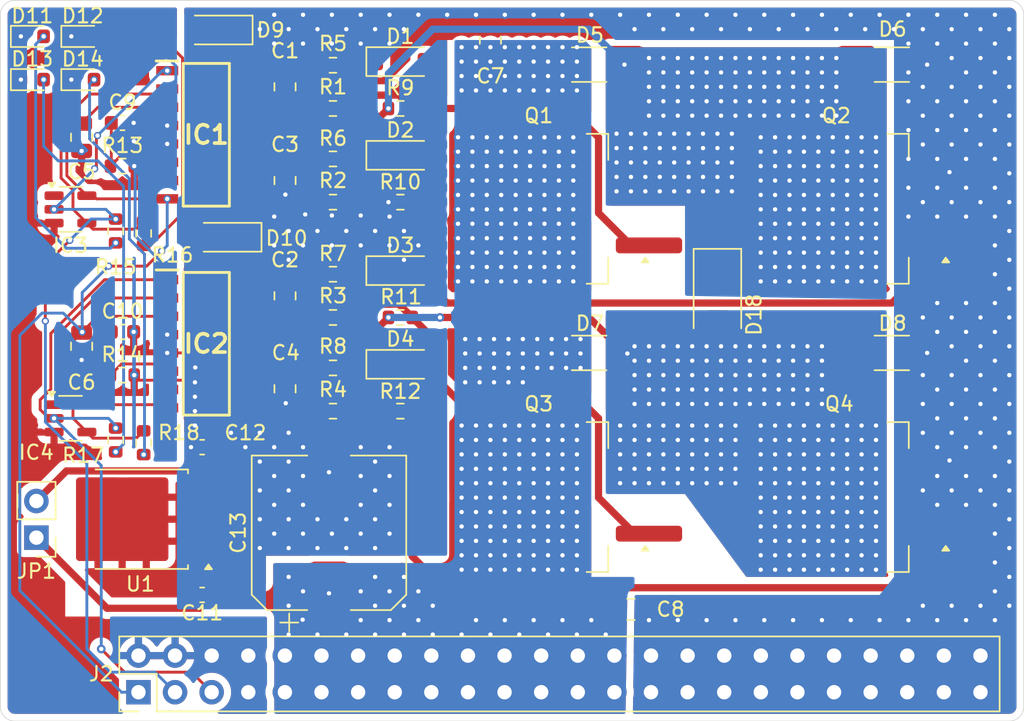
<source format=kicad_pcb>
(kicad_pcb (version 20240108) (generator "pcbnew") (generator_version "8.0")
  (layers (0 "F.Cu" signal) (31 "B.Cu" signal) (34 "B.Paste" user) (35 "F.Paste" user) (36 "B.SilkS" user "B.Silkscreen") (37 "F.SilkS" user "F.Silkscreen") (38 "B.Mask" user) (39 "F.Mask" user) (44 "Edge.Cuts" user))
  (net 0 "")
  (net 1 "/R-OUT")
  (net 2 "Net-(D9-K)")
  (net 3 "/RDT-set")
  (net 5 "GND")
  (net 6 "/LDT-set")
  (net 7 "+BATT")
  (net 8 "+12V")
  (net 9 "GNDPWR")
  (net 10 "Net-(D1-K)")
  (net 12 "Net-(D1-A)")
  (net 13 "Net-(D2-A)")
  (net 14 "Net-(D2-K)")
  (net 16 "Net-(D3-K)")
  (net 17 "Net-(D3-A)")
  (net 18 "Net-(D4-K)")
  (net 19 "Net-(D4-A)")
  (net 20 "/L-OUT")
  (net 21 "Net-(D10-K)")
  (net 22 "Net-(D11-A)")
  (net 23 "Net-(D12-A)")
  (net 24 "Net-(D13-A)")
  (net 25 "Net-(D14-A)")
  (net 26 "/RHi-Out")
  (net 27 "+3.3V")
  (net 28 "/LLo-sig")
  (net 29 "/RHi-sig")
  (net 30 "/LHi-sig")
  (net 33 "/LHi-Out")
  (net 35 "/RLo-Out")
  (net 36 "/LLo-Out")
  (net 37 "/RLo-sig")
  (footprint "Resistor_SMD:R_0603_1608Metric" (layer "F.Cu") (at 123.25 64.5 180)
    (property "Reference" "R10")
    (property "Value" "10kΩ" (hide yes))
  )
  (footprint "Capacitor_SMD:C_0805_2012Metric" (layer "F.Cu") (at 115.25 71 -90)
    (property "Reference" "C2")
    (property "Value" "10μF" (hide yes))
  )
  (footprint "Resistor_SMD:R_MELF_MMB-0207" (layer "F.Cu") (at 157.35 74.96)
    (property "Reference" "D8")
    (property "Value" "D" (hide yes))
  )
  (footprint "Resistor_SMD:R_0603_1608Metric" (layer "F.Cu") (at 123.25 72.5 180)
    (property "Reference" "R11")
    (property "Value" "10kΩ" (hide yes))
  )
  (footprint "Capacitor_SMD:C_0603_1608Metric" (layer "F.Cu") (at 103.9725 73.5)
    (property "Reference" "C10")
    (property "Value" "C" (hide yes))
  )
  (footprint "Resistor_SMD:R_0603_1608Metric" (layer "F.Cu") (at 105.44 66.67 -90)
    (property "Reference" "R16")
    (property "Value" "1kΩ" (hide yes))
  )
  (footprint "Resistor_SMD:R_0603_1608Metric" (layer "F.Cu") (at 103.5 81 -90)
    (property "Reference" "R17")
    (property "Value" "1kΩ" (hide yes))
  )
  (footprint "Resistor_SMD:R_0603_1608Metric" (layer "F.Cu") (at 123.25 79 180)
    (property "Reference" "R12")
    (property "Value" "10kΩ" (hide yes))
  )
  (footprint "Capacitor_SMD:C_0805_2012Metric" (layer "F.Cu") (at 101.1375 74.5 -90)
    (property "Reference" "C6")
    (property "Value" "10μF" (hide yes))
  )
  (footprint "Capacitor_SMD:C_0805_2012Metric" (layer "F.Cu") (at 139.25 92.75)
    (property "Reference" "C8")
    (property "Value" "10μF" (hide yes))
  )
  (footprint "Resistor_SMD:R_0603_1608Metric" (layer "F.Cu") (at 118.575 61.5)
    (property "Reference" "R6")
    (property "Value" "10Ω" (hide yes))
  )
  (footprint "Package_TO_SOT_SMD:SOT-23-5" (layer "F.Cu") (at 100.3625 65)
    (property "Reference" "IC3")
    (property "Value" "TC7S14F" (hide yes))
  )
  (footprint "Resistor_SMD:R_0603_1608Metric" (layer "F.Cu") (at 118.575 76)
    (property "Reference" "R8")
    (property "Value" "10Ω" (hide yes))
  )
  (footprint "Resistor_SMD:R_0603_1608Metric" (layer "F.Cu") (at 103.5 66.5 -90)
    (property "Reference" "R15")
    (property "Value" "1kΩ" (hide yes))
  )
  (footprint "Resistor_SMD:R_0603_1608Metric" (layer "F.Cu") (at 123.25 58)
    (property "Reference" "R9")
    (property "Value" "10kΩ" (hide yes))
  )
  (footprint "LED_SMD:LED_0603_1608Metric" (layer "F.Cu") (at 97.7125 56)
    (property "Reference" "D13")
    (property "Value" "LED")
  )
  (footprint "Capacitor_SMD:C_0603_1608Metric" (layer "F.Cu") (at 103.9725 59)
    (property "Reference" "C9")
    (property "Value" "2.2nF" (hide yes))
  )
  (footprint "Resistor_SMD:R_0603_1608Metric" (layer "F.Cu") (at 105.44 81.19 -90)
    (property "Reference" "R18")
    (property "Value" "1kΩ" (hide yes))
  )
  (footprint "LED_SMD:LED_0603_1608Metric" (layer "F.Cu") (at 101.2125 53)
    (property "Reference" "D12")
    (property "Value" "LED" (hide yes))
  )
  (footprint "UCC21330:SOIC127P600X175-16N" (layer "F.Cu") (at 109.788 74.325)
    (property "Reference" "IC2")
    (property "Value" "UCC21330BDR" (hide yes))
  )
  (footprint "Resistor_SMD:R_0603_1608Metric" (layer "F.Cu") (at 118.575 69.5)
    (property "Reference" "R7")
    (property "Value" "10Ω" (hide yes))
  )
  (footprint "Resistor_SMD:R_0603_1608Metric" (layer "F.Cu") (at 118.575 72.5)
    (property "Reference" "R3")
    (property "Value" "10Ω" (hide yes))
  )
  (footprint "Resistor_SMD:R_0603_1608Metric" (layer "F.Cu") (at 118.575 58)
    (property "Reference" "R1")
    (property "Value" "10Ω" (hide yes))
  )
  (footprint "Capacitor_SMD:C_0805_2012Metric" (layer "F.Cu") (at 115.25 77.45 -90)
    (property "Reference" "C4")
    (property "Value" "C" (hide yes))
  )
  (footprint "Diode_SMD:D_SOD-123" (layer "F.Cu") (at 123.25 75.75)
    (property "Reference" "D4")
    (property "Value" "1N4148W" (hide yes))
  )
  (footprint "Capacitor_SMD:C_0805_2012Metric" (layer "F.Cu") (at 115.25 56.5 -90)
    (property "Reference" "C1")
    (property "Value" "10μF" (hide yes))
  )
  (footprint "Capacitor_SMD:C_0603_1608Metric" (layer "F.Cu") (at 109.5 81.5 180)
    (property "Reference" "C12")
    (property "Value" "0.1μF" (hide yes))
  )
  (footprint "Diode_SMD:D_SOD-123" (layer "F.Cu") (at 123.25 69.25)
    (property "Reference" "D3")
    (property "Value" "1N4148W" (hide yes))
  )
  (footprint "Resistor_SMD:R_MELF_MMB-0207" (layer "F.Cu") (at 157.35 54.96)
    (property "Reference" "D6")
    (property "Value" "D" (hide yes))
  )
  (footprint "UCC21330:SOIC127P600X175-16N" (layer "F.Cu") (at 109.788 59.825)
    (property "Reference" "IC1")
    (property "Value" "UCC21330BDR" (hide yes))
  )
  (footprint "Connector_PinHeader_2.54mm:PinHeader_2x24_P2.54mm_Vertical" (layer "F.Cu") (at 105.08 98.5 90)
    (property "Reference" "J2")
    (property "Value" "メイン接続端子" (hide yes))
  )
  (footprint "Resistor_SMD:R_0603_1608Metric" (layer "F.Cu") (at 118.575 64.5)
    (property "Reference" "R2")
    (property "Value" "10Ω" (hide yes))
  )
  (footprint "Capacitor_SMD:C_0603_1608Metric" (layer "F.Cu") (at 109.5 91.75 180)
    (property "Reference" "C11")
    (property "Value" "0.33μF" (hide yes))
  )
  (footprint "Resistor_SMD:R_0603_1608Metric" (layer "F.Cu") (at 118.575 55)
    (property "Reference" "R5")
    (property "Value" "10Ω" (hide yes))
  )
  (footprint "Package_TO_SOT_SMD:TO-252-2" (layer "F.Cu") (at 105.21 86.4975 180)
    (property "Reference" "U1")
    (property "Value" "L7812" (hide yes))
  )
  (footprint "Package_TO_SOT_SMD:SOT-23-5" (layer "F.Cu") (at 100.3625 79.5)
    (property "Reference" "IC4")
    (property "Value" "TC7S14F" (hide yes))
  )
  (footprint "LED_SMD:LED_0603_1608Metric" (layer "F.Cu") (at 97.7125 53)
    (property "Reference" "D11")
    (property "Value" "LED" (hide yes))
  )
  (footprint "Capacitor_SMD:CP_Elec_10x10.5" (layer "F.Cu") (at 118.3 87.44 90)
    (property "Reference" "C13")
    (property "Value" "47μF")
  )
  (footprint "Capacitor_SMD:C_0805_2012Metric" (layer "F.Cu") (at 115.25 63 -90)
    (property "Reference" "C3")
    (property "Value" "C" (hide yes))
  )
  (footprint "Resistor_SMD:R_MELF_MMB-0207" (layer "F.Cu") (at 136.35 54.96)
    (property "Reference" "D5")
    (property "Value" "D" (hide yes))
  )
  (footprint "Diode_SMD:D_SOD-123" (layer "F.Cu") (at 111.2575 66.935 180)
    (property "Reference" "D10")
    (property "Value" "1N4148W" (hide yes))
  )
  (footprint "Capacitor_SMD:C_0805_2012Metric" (layer "F.Cu") (at 129.5 53.25 90)
    (property "Reference" "C7")
    (property "Value" "10μF" (hide yes))
  )
  (footprint "Resistor_SMD:R_MELF_MMB-0207" (layer "F.Cu") (at 136.35 74.96)
    (property "Reference" "D7")
    (property "Value" "D" (hide yes))
  )
  (footprint "Diode_SMD:D_SMA" (layer "F.Cu") (at 145.25 71.25 -90)
    (property "Reference" "D18")
    (property "Value" "SMAJ30CA")
  )
  (footprint "Diode_SMD:D_SOD-123" (layer "F.Cu") (at 123.25 54.75)
    (property "Reference" "D1")
    (property "Value" "1N4148W" (hide yes))
  )
  (footprint "Package_TO_SOT_SMD:TO-263-2" (layer "F.Cu") (at 132.85 64.96 180)
    (property "Reference" "Q1")
    (property "Value" "NMOS" (hide yes))
  )
  (footprint "Resistor_SMD:R_0603_1608Metric" (layer "F.Cu") (at 103.9625 62)
    (property "Reference" "R13")
    (property "Value" "R" (hide yes))
  )
  (footprint "Package_TO_SOT_SMD:TO-263-2" (layer "F.Cu") (at 153.7 84.96 180)
    (property "Reference" "Q4")
    (property "Value" "NMOS" (hide yes))
  )
  (footprint "LED_SMD:LED_0603_1608Metric" (layer "F.Cu") (at 101.2125 56)
    (property "Reference" "D14")
    (property "Value" "LED")
  )
  (footprint "Resistor_SMD:R_0603_1608Metric" (layer "F.Cu") (at 103.9625 76.5)
    (property "Reference" "R14")
    (property "Value" "R" (hide yes))
  )
  (footprint "Connector_PinHeader_2.54mm:PinHeader_1x02_P2.54mm_Vertical" (layer "F.Cu") (at 98 87.775 180)
    (property "Reference" "JP1")
    (property "Value" "24V⇔12V切り替え" (hide yes))
  )
  (footprint "Capacitor_SMD:C_0805_2012Metric" (layer "F.Cu") (at 101.1375 60 -90)
    (property "Reference" "C5")
    (property "Value" "10μF" (hide yes))
  )
  (footprint "Package_TO_SOT_SMD:TO-263-2" (layer "F.Cu") (at 153.7 64.96 180)
    (property "Reference" "Q2")
    (property "Value" "NMOS" (hide yes))
  )
  (footprint "Resistor_SMD:R_0603_1608Metric" (layer "F.Cu") (at 118.575 79)
    (property "Reference" "R4")
    (property "Value" "10Ω" (hide yes))
  )
  (footprint "Package_TO_SOT_SMD:TO-263-2" (layer "F.Cu") (at 132.85 84.96 180)
    (property "Reference" "Q3")
    (property "Value" "NMOS" (hide yes))
  )
  (footprint "Diode_SMD:D_SOD-123" (layer "F.Cu") (at 110.64 52.555 180)
    (property "Reference" "D9")
    (property "Value" "1N4148W" (hide yes))
  )
  (footprint "Diode_SMD:D_SOD-123" (layer "F.Cu") (at 123.25 61.25)
    (property "Reference" "D2")
    (property "Value" "1N4148W" (hide yes))
  )
  (gr_line (start 95.5 99.5) (end 95.5 51.5) (stroke (width 0.05)) (layer "Edge.Cuts"))
  (gr_arc (start 166.5 99.5) (mid 166.207107 100.207107) (end 165.5 100.5) (stroke (width 0.05)) (layer "Edge.Cuts"))
  (gr_arc (start 165.5 50.5) (mid 166.207107 50.792893) (end 166.5 51.5) (stroke (width 0.05)) (layer "Edge.Cuts"))
  (gr_line (start 166.5 99.5) (end 166.5 51.5) (stroke (width 0.05)) (layer "Edge.Cuts"))
  (gr_line (start 96.5 100.5) (end 165.5 100.5) (stroke (width 0.05)) (layer "Edge.Cuts"))
  (gr_line (start 96.5 50.5) (end 165.5 50.5) (stroke (width 0.05)) (layer "Edge.Cuts"))
  (gr_arc (start 96.5 100.5) (mid 95.792893 100.207107) (end 95.5 99.5) (stroke (width 0.05)) (layer "Edge.Cuts"))
  (gr_arc (start 95.5 51.5) (mid 95.792893 50.792893) (end 96.5 50.5) (stroke (width 0.05)) (layer "Edge.Cuts"))
  (segment (start 121.5 58.925) (end 116.725 58.925) (width 0.5) (layer "F.Cu") (net 1))
  (segment (start 112.5 57.92) (end 114.78 57.92) (width 0.5) (layer "F.Cu") (net 1))
  (segment (start 115.25 57.45) (end 115.25 57.46) (width 0.5) (layer "F.Cu") (net 1))
  (segment (start 114.78 57.92) (end 115.25 57.45) (width 0.5) (layer "F.Cu") (net 1))
  (segment (start 122.425 58) (end 121.5 58.925) (width 0.5) (layer "F.Cu") (net 1))
  (segment (start 145.25 69.25) (end 145.25 63.75) (width 0.5) (layer "F.Cu") (net 1))
  (segment (start 116.725 58.925) (end 115.25 57.45) (width 0.5) (layer "F.Cu") (net 1))
  (via (at 152.5 57.5) (size 0.6) (drill 0.3) (layers "F.Cu" "B.Cu") (net 1))
  (via (at 153.5 55.5) (size 0.6) (drill 0.3) (layers "F.Cu" "B.Cu") (net 1))
  (via (at 148.25 61) (size 0.6) (drill 0.3) (layers "F.Cu" "B.Cu") (net 1))
  (via (at 122.425 58) (size 0.5) (drill 0.3) (layers "F.Cu" "B.Cu") (net 1))
  (via (at 152.25 64) (size 0.6) (drill 0.3) (layers "F.Cu" "B.Cu") (net 1))
  (via (at 151.25 67) (size 0.6) (drill 0.3) (layers "F.Cu" "B.Cu") (net 1))
  (via (at 144.25 62.75) (size 0.6) (drill 0.3) (layers "F.Cu" "B.Cu") (net 1))
  (via (at 151.25 68) (size 0.6) (drill 0.3) (layers "F.Cu" "B.Cu") (net 1))
  (via (at 145.5 54.5) (size 0.6) (drill 0.3) (layers "F.Cu" "B.Cu") (net 1))
  (via (at 144.5 54.5) (size 0.6) (drill 0.3) (layers "F.Cu" "B.Cu") (net 1))
  (via (at 153.5 58.5) (size 0.6) (drill 0.3) (layers "F.Cu" "B.Cu") (net 1))
  (via (at 156.25 61) (size 0.6) (drill 0.3) (layers "F.Cu" "B.Cu") (net 1))
  (via (at 141.25 59.75) (size 0.6) (drill 0.3) (layers "F.Cu" "B.Cu") (net 1))
  (via (at 154.25 68) (size 0.6) (drill 0.3) (layers "F.Cu" "B.Cu") (net 1))
  (via (at 146.5 57.5) (size 0.6) (drill 0.3) (layers "F.Cu" "B.Cu") (net 1))
  (via (at 147.5 58.5) (size 0.6) (drill 0.3) (layers "F.Cu" "B.Cu") (net 1))
  (via (at 143.25 63.75) (size 0.6) (drill 0.3) (layers "F.Cu" "B.Cu") (net 1))
  (via (at 155.25 63) (size 0.6) (drill 0.3) (layers "F.Cu" "B.Cu") (net 1))
  (via (at 143.25 61.75) (size 0.6) (drill 0.3) (layers "F.Cu" "B.Cu") (net 1))
  (via (at 150.25 64) (size 0.6) (drill 0.3) (layers "F.Cu" "B.Cu") (net 1))
  (via (at 148.5 55.5) (size 0.6) (drill 0.3) (layers "F.Cu" "B.Cu") (net 1))
  (via (at 154.25 61) (size 0.6) (drill 0.3) (layers "F.Cu" "B.Cu") (net 1))
  (via (at 151.25 63) (size 0.6) (drill 0.3) (layers "F.Cu" "B.Cu") (net 1))
  (via (at 152.25 62) (size 0.6) (drill 0.3) (layers "F.Cu" "B.Cu") (net 1))
  (via (at 147.5 57.5) (size 0.6) (drill 0.3) (layers "F.Cu" "B.Cu") (net 1))
  (via (at 152.5 56.5) (size 0.6) (drill 0.3) (layers "F.Cu" "B.Cu") (net 1))
  (via (at 144.5 55.5) (size 0.6) (drill 0.3) (layers "F.Cu" "B.Cu") (net 1))
  (via (at 153.5 54.5) (size 0.6) (drill 0.3) (layers "F.Cu" "B.Cu") (net 1))
  (via (at 139.25 60.75) (size 0.6) (drill 0.3) (layers "F.Cu" "B.Cu") (net 1))
  (via (at 156.25 60) (size 0.6) (drill 0.3) (layers "F.Cu" "B.Cu") (net 1))
  (via (at 154.25 67) (size 0.6) (drill 0.3) (layers "F.Cu" "B.Cu") (net 1))
  (via (at 143.5 55.5) (size 0.6) (drill 0.3) (layers "F.Cu" "B.Cu") (net 1))
  (via (at 140.5 55.5) (size 0.6) (drill 0.3) (layers "F.Cu" "B.Cu") (net 1))
  (via (at 152.25 69) (size 0.6) (drill 0.3) (layers "F.Cu" "B.Cu") (net 1))
  (via (at 150.25 66) (size 0.6) (drill 0.3) (layers "F.Cu" "B.Cu") (net 1))
  (via (at 154.25 65) (size 0.6) (drill 0.3) (layers "F.Cu" "B.Cu") (net 1))
  (via (at 146.25 62.75) (size 0.6) (drill 0.3) (layers "F.Cu" "B.Cu") (net 1))
  (via (at 144.25 59.75) (size 0.6) (drill 0.3) (layers "F.Cu" "B.Cu") (net 1))
  (via (at 148.25 66) (size 0.6) (drill 0.3) (layers "F.Cu" "B.Cu") (net 1))
  (via (at 151.5 57.5) (size 0.6) (drill 0.3) (layers "F.Cu" "B.Cu") (net 1))
  (via (at 142.5 54.5) (size 0.6) (drill 0.3) (layers "F.Cu" "B.Cu") (net 1))
  (via (at 156.25 63) (size 0.6) (drill 0.3) (layers "F.Cu" "B.Cu") (net 1))
  (via (at 146.25 63.75) (size 0.6) (drill 0.3) (layers "F.Cu" "B.Cu") (net 1))
  (via (at 152.25 65) (size 0.6) (drill 0.3) (layers "F.Cu" "B.Cu") (net 1))
  (via (at 156.25 62) (size 0.6) (drill 0.3) (layers "F.Cu" "B.Cu") (net 1))
  (via (at 148.25 64) (size 0.6) (drill 0.3) (layers "F.Cu" "B.Cu") (net 1))
  (via (at 155.25 65) (size 0.6) (drill 0.3) (layers "F.Cu" "B.Cu") (net 1))
  (via (at 142.25 60.75) (size 0.6) (drill 0.3) (layers "F.Cu" "B.Cu") (net 1))
  (via (at 138.8 54.96) (size 0.5) (drill 0.3) (layers "F.Cu" "B.Cu") (net 1))
  (via (at 148.5 58.5) (size 0.6) (drill 0.3) (layers "F.Cu" "B.Cu") (net 1))
  (via (at 153.25 61) (size 0.6) (drill 0.3) (layers "F.Cu" "B.Cu") (net 1))
  (via (at 142.5 58.5) (size 0.6) (drill 0.3) (layers "F.Cu" "B.Cu") (net 1))
  (via (at 150.25 70) (size 0.6) (drill 0.3) (layers "F.Cu" "B.Cu") (net 1))
  (via (at 145.5 56.5) (size 0.6) (drill 0.3) (layers "F.Cu" "B.Cu") (net 1))
  (via (at 149.25 62) (size 0.6) (drill 0.3) (layers "F.Cu" "B.Cu") (net 1))
  (via (at 152.5 58.5) (size 0.6) (drill 0.3) (layers "F.Cu" "B.Cu") (net 1))
  (via (at 149.5 56.5) (size 0.6) (drill 0.3) (layers "F.Cu" "B.Cu") (net 1))
  (via (at 146.5 55.5) (size 0.6) (drill 0.3) (layers "F.Cu" "B.Cu") (net 1))
  (via (at 149.25 61) (size 0.6) (drill 0.3) (layers "F.Cu" "B.Cu") (net 1))
  (via (at 149.5 57.5) (size 0.6) (drill 0.3) (layers "F.Cu" "B.Cu") (net 1))
  (via (at 140.25 63.75) (size 0.6) (drill 0.3) (layers "F.Cu" "B.Cu") (net 1))
  (via (at 147.5 56.5) (size 0.6) (drill 0.3) (layers "F.Cu" "B.Cu") (net 1))
  (via (at 148.25 69) (size 0.6) (drill 0.3) (layers "F.Cu" "B.Cu") (net 1))
  (via (at 151.5 58.5) (size 0.6) (drill 0.3) (layers "F.Cu" "B.Cu") (net 1))
  (via (at 144.5 58.5) (size 0.6) (drill 0.3) (layers "F.Cu" "B.Cu") (net 1))
  (via (at 140.5 56.5) (size 0.6) (drill 0.3) (layers "F.Cu" "B.Cu") (net 1))
  (via (at 141.25 60.75) (size 0.6) (drill 0.3) (layers "F.Cu" "B.Cu") (net 1))
  (via (at 148.5 57.5) (size 0.6) (drill 0.3) (layers "F.Cu" "B.Cu") (net 1))
  (via (at 149.25 69) (size 0.6) (drill 0.3) (layers "F.Cu" "B.Cu") (net 1))
  (via (at 150.25 67) (size 0.6) (drill 0.3) (layers "F.Cu" "B.Cu") (net 1))
  (via (at 144.25 60.75) (size 0.6) (drill 0.3) (layers "F.Cu" "B.Cu") (net 1))
  (via (at 139.25 63.75) (size 0.6) (drill 0.3) (layers "F.Cu" "B.Cu") (net 1))
  (via (at 150.5 55.5) (size 0.6) (drill 0.3) (layers "F.Cu" "B.Cu") (net 1))
  (via (at 141.25 62.75) (size 0.6) (drill 0.3) (layers "F.Cu" "B.Cu") (net 1))
  (via (at 152.5 54.5) (size 0.6) (drill 0.3) (layers "F.Cu" "B.Cu") (net 1))
  (via (at 143.5 56.5) (size 0.6) (drill 0.3) (layers "F.Cu" "B.Cu") (net 1))
  (via (at 148.25 67) (size 0.6) (drill 0.3) (layers "F.Cu" "B.Cu") (net 1))
  (via (at 144.25 63.75) (size 0.6) (drill 0.3) (layers "F.Cu" "B.Cu") (net 1))
  (via (at 140.25 62.75) (size 0.6) (drill 0.3) (layers "F.Cu" "B.Cu") (net 1))
  (via (at 146.5 56.5) (size 0.6) (drill 0.3) (layers "F.Cu" "B.Cu") (net 1))
  (via (at 150.25 62) (size 0.6) (drill 0.3) (layers "F.Cu" "B.Cu") (net 1))
  (via (at 149.25 70) (size 0.6) (drill 0.3) (layers "F.Cu" "B.Cu") (net 1))
  (via (at 151.25 64) (size 0.6) (drill 0.3) (layers "F.Cu" "B.Cu") (net 1))
  (via (at 154.25 66) (size 0.6) (drill 0.3) (layers "F.Cu" "B.Cu") (net 1))
  (via (at 152.25 63) (size 0.6) (drill 0.3) (layers "F.Cu" "B.Cu") (net 1))
  (via (at 143.5 58.5) (size 0.6) (drill 0.3) (layers "F.Cu" "B.Cu") (net 1))
  (via (at 148.25 60) (size 0.6) (drill 0.3) (layers "F.Cu" "B.Cu") (net 1))
  (via (at 148.25 63) (size 0.6) (drill 0.3) (layers "F.Cu" "B.Cu") (net 1))
  (via (at 138.25 62.75) (size 0.6) (drill 0.3) (layers "F.Cu" "B.Cu") (net 1))
  (via (at 145.5 57.5) (size 0.6) (drill 0.3) (layers "F.Cu" "B.Cu") (net 1))
  (via (at 141.5 54.5) (size 0.6) (drill 0.3) (layers "F.Cu" "B.Cu") (net 1))
  (via (at 153.25 64) (size 0.6) (drill 0.3) (layers "F.Cu" "B.Cu") (net 1))
  (via (at 147.5 54.5) (size 0.6) (drill 0.3) (layers "F.Cu" "B.Cu") (net 1))
  (via (at 150.25 65) (size 0.6) (drill 0.3) (layers "F.Cu" "B.Cu") (net 1))
  (via (at 148.25 65) (size 0.6) (drill 0.3) (layers "F.Cu" "B.Cu") (net 1))
  (via (at 151.25 60) (size 0.6) (drill 0.3) (layers "F.Cu" "B.Cu") (net 1))
  (via (at 156.25 68) (size 0.6) (drill 0.3) (layers "F.Cu" "B.Cu") (net 1))
  (via (at 156.25 65) (size 0.6) (drill 0.3) (layers "F.Cu" "B.Cu") (net 1))
  (via (at 145.5 55.5) (size 0.6) (drill 0.3) (layers "F.Cu" "B.Cu") (net 1))
  (via (at 152.25 66) (size 0.6) (drill 0.3) (layers "F.Cu" "B.Cu") (net 1))
  (via (at 152.25 68) (size 0.6) (drill 0.3) (layers "F.Cu" "B.Cu") (net 1))
  (via (at 155.25 61) (size 0.6) (drill 0.3) (layers "F.Cu" "B.Cu") (net 1))
  (via (at 150.5 54.5) (size 0.6) (drill 0.3) (layers "F.Cu" "B.Cu") (net 1))
  (via (at 142.25 63.75) (size 0.6) (drill 0.3) (layers "F.Cu" "B.Cu") (net 1))
  (via (at 150.25 68) (size 0.6) (drill 0.3) (layers "F.Cu" "B.Cu") (net 1))
  (via (at 142.5 55.5) (size 0.6) (drill 0.3) (layers "F.Cu" "B.Cu") (net 1))
  (via (at 151.5 56.5) (size 0.6) (drill 0.3) (layers "F.Cu" "B.Cu") (net 1))
  (via (at 155.25 64) (size 0.6) (drill 0.3) (layers "F.Cu" "B.Cu") (net 1))
  (via (at 142.25 59.75) (size 0.6) (drill 0.3) (layers "F.Cu" "B.Cu") (net 1))
  (via (at 149.25 67) (size 0.6) (drill 0.3) (layers "F.Cu" "B.Cu") (net 1))
  (via (at 140.5 57.5) (size 0.6) (drill 0.3) (layers "F.Cu" "B.Cu") (net 1))
  (via (at 149.5 58.5) (size 0.6) (drill 0.3) (layers "F.Cu" "B.Cu") (net 1))
  (via (at 156.25 64) (size 0.6) (drill 0.3) (layers "F.Cu" "B.Cu") (net 1))
  (via (at 152.25 60) (size 0.6) (drill 0.3) (layers "F.Cu" "B.Cu") (net 1))
  (via (at 145.25 60.75) (size 0.6) (drill 0.3) (layers "F.Cu" "B.Cu") (net 1))
  (via (at 153.25 66) (size 0.6) (drill 0.3) (layers "F.Cu" "B.Cu") (net 1))
  (via (at 143.25 62.75) (size 0.6) (drill 0.3) (layers "F.Cu" "B.Cu") (net 1))
  (via (at 155.25 60) (size 0.6) (drill 0.3) (layers "F.Cu" "B.Cu") (net 1))
  (via (at 150.25 63) (size 0.6) (drill 0.3) (layers "F.Cu" "B.Cu") (net 1))
  (via (at 138.25 59.75) (size 0.6) (drill 0.3) (layers "F.Cu" "B.Cu") (net 1))
  (via (at 138.25 60.75) (size 0.6) (drill 0.3) (layers "F.Cu" "B.Cu") (net 1))
  (via (at 145.25 61.75) (size 0.6) (drill 0.3) (layers "F.Cu" "B.Cu") (net 1))
  (via (at 154.25 63) (size 0.6) (drill 0.3) (layers "F.Cu" "B.Cu") (net 1))
  (via (at 151.25 66) (size 0.6) (drill 0.3) (layers "F.Cu" "B.Cu") (net 1))
  (via (at 141.5 57.5) (size 0.6) (drill 0.3) (layers "F.Cu" "B.Cu") (net 1))
  (via (at 153.25 65) (size 0.6) (drill 0.3) (layers "F.Cu" "B.Cu") (net 1))
  (via (at 154.25 70) (size 0.6) (drill 0.3) (layers "F.Cu" "B.Cu") (net 1))
  (via (at 156.25 66) (size 0.6) (drill 0.3) (layers "F.Cu" "B.Cu") (net 1))
  (via (at 145.25 63.75) (size 0.6) (drill 0.3) (layers "F.Cu" "B.Cu") (net 1))
  (via (at 138.25 63.75) (size 0.6) (drill 0.3) (layers "F.Cu" "B.Cu") (net 1))
  (via (at 146.25 59.75) (size 0.6) (drill 0.3) (layers "F.Cu" "B.Cu") (net 1))
  (via (at 138.25 61.75) (size 0.6) (drill 0.3) (layers "F.Cu" "B.Cu") (net 1))
  (via (at 156.25 70) (size 0.6) (drill 0.3) (layers "F.Cu" "B.Cu") (net 1))
  (via (at 149.25 65) (size 0.6) (drill 0.3) (layers "F.Cu" "B.Cu") (net 1))
  (via (at 149.25 68) (size 0.6) (drill 0.3) (layers "F.Cu" "B.Cu") (net 1))
  (via (at 148.25 70) (size 0.6) (drill 0.3) (layers "F.Cu" "B.Cu") (net 1))
  (via (at 153.25 69) (size 0.6) (drill 0.3) (layers "F.Cu" "B.Cu") (net 1))
  (via (at 149.25 64) (size 0.6) (drill 0.3) (layers "F.Cu" "B.Cu") (net 1))
  (via (at 150.5 58.5) (size 0.6) (drill 0.3) (layers "F.Cu" "B.Cu") (net 1))
  (via (at 155.25 66) (size 0.6) (drill 0.3) (layers "F.Cu" "B.Cu") (net 1))
  (via (at 153.25 68) (size 0.6) (drill 0.3) (layers "F.Cu" "B.Cu") (net 1))
  (via (at 145.25 59.75) (size 0.6) (drill 0.3) (layers "F.Cu" "B.Cu") (net 1))
  (via (at 140.25 59.75) (size 0.6) (drill 0.3) (layers "F.Cu" "B.Cu") (net 1))
  (via (at 155.25 67) (size 0.6) (drill 0.3) (layers "F.Cu" "B.Cu") (net 1))
  (via (at 141.5 58.5) (size 0.6) (drill 0.3) (layers "F.Cu" "B.Cu") (net 1))
  (via (at 152.25 70) (size 0.6) (drill 0.3) (layers "F.Cu" "B.Cu") (net 1))
  (via (at 153.25 60) (size 0.6) (drill 0.3) (layers "F.Cu" "B.Cu") (net 1))
  (via (at 145.25 62.75) (size 0.6) (drill 0.3) (layers "F.Cu" "B.Cu") (net 1))
  (via (at 151.25 70) (size 0.6) (drill 0.3) (layers "F.Cu" "B.Cu") (net 1))
  (via (at 151.25 62) (size 0.6) (drill 0.3) (layers "F.Cu" "B.Cu") (net 1))
  (via (at 153.5 56.5) (size 0.6) (drill 0.3) (layers "F.Cu" "B.Cu") (net 1))
  (via (at 151.5 55.5) (size 0.6) (drill 0.3) (layers "F.Cu" "B.Cu") (net 1))
  (via (at 148.5 54.5) (size 0.6) (drill 0.3) (layers "F.Cu" "B.Cu") (net 1))
  (via (at 150.25 69) (size 0.6) (drill 0.3) (layers "F.Cu" "B.Cu") (net 1))
  (via (at 153.25 67) (size 0.6) (drill 0.3) (layers "F.Cu" "B.Cu") (net 1))
  (via (at 153.5 57.5) (size 0.6) (drill 0.3) (layers "F.Cu" "B.Cu") (net 1))
  (via (at 143.5 57.5) (size 0.6) (drill 0.3) (layers "F.Cu" "B.Cu") (net 1))
  (via (at 140.25 61.75) (size 0.6) (drill 0.3) (layers "F.Cu" "B.Cu") (net 1))
  (via (at 151.25 69) (size 0.6) (drill 0.3) (layers "F.Cu" "B.Cu") (net 1))
  (via (at 142.5 56.5) (size 0.6) (drill 0.3) (layers "F.Cu" "B.Cu") (net 1))
  (via (at 142.25 61.75) (size 0.6) (drill 0.3) (layers "F.Cu" "B.Cu") (net 1))
  (via (at 146.25 60.75) (size 0.6) (drill 0.3) (layers "F.Cu" "B.Cu") (net 1))
  (via (at 148.5 56.5) (size 0.6) (drill 0.3) (layers "F.Cu" "B.Cu") (net 1))
  (via (at 150.25 61) (size 0.6) (drill 0.3) (layers "F.Cu" "B.Cu") (net 1))
  (via (at 148.25 62) (size 0.6) (drill 0.3) (layers "F.Cu" "B.Cu") (net 1))
  (via (at 155.25 62) (size 0.6) (drill 0.3) (layers "F.Cu" "B.Cu") (net 1))
  (via (at 146.5 58.5) (size 0.6) (drill 0.3) (layers "F.Cu" "B.Cu") (net 1))
  (via (at 139.25 62.75) (size 0.6) (drill 0.3) (layers "F.Cu" "B.Cu") (net 1))
  (via (at 141.5 55.5) (size 0.6) (drill 0.3) (layers "F.Cu" "B.Cu") (net 1))
  (via (at 139.25 61.75) (size 0.6) (drill 0.3) (layers "F.Cu" "B.Cu") (net 1))
  (via (at 155.25 69) (size 0.6) (drill 0.3) (layers "F.Cu" "B.Cu") (net 1))
  (via (at 154.25 62) (size 0.6) (drill 0.3) (layers "F.Cu" "B.Cu") (net 1))
  (via (at 150.5 57.5) (size 0.6) (drill 0.3) (layers "F.Cu" "B.Cu") (net 1))
  (via (at 143.5 54.5) (size 0.6) (drill 0.3) (layers "F.Cu" "B.Cu") (net 1))
  (via (at 152.5 55.5) (size 0.6) (drill 0.3) (layers "F.Cu" "B.Cu") (net 1))
  (via (at 153.25 63) (size 0.6) (drill 0.3) (layers "F.Cu" "B.Cu") (net 1))
  (via (at 150.25 60) (size 0.6) (drill 0.3) (layers "F.Cu" "B.Cu") (net 1))
  (via (at 148.25 68) (size 0.6) (drill 0.3) (layers "F.Cu" "B.Cu") (net 1))
  (via (at 144.25 61.75) (size 0.6) (drill 0.3) (layers "F.Cu" "B.Cu") (net 1))
  (via (at 141.25 63.75) (size 0.6) (drill 0.3) (layers "F.Cu" "B.Cu") (net 1))
  (via (at 151.25 61) (size 0.6) (drill 0.3) (layers "F.Cu" "B.Cu") (net 1))
  (via (at 149.25 63) (size 0.6) (drill 0.3) (layers "F.Cu" "B.Cu") (net 1))
  (via (at 156.25 69) (size 0.6) (drill 0.3) (layers "F.Cu" "B.Cu") (net 1))
  (via (at 146.5 54.5) (size 0.6) (drill 0.3) (layers "F.Cu" "B.Cu") (net 1))
  (via (at 142.5 57.5) (size 0.6) (drill 0.3) (layers "F.Cu" "B.Cu") (net 1))
  (via (at 155.25 68) (size 0.6) (drill 0.3) (layers "F.Cu" "B.Cu") (net 1))
  (via (at 154.25 64) (size 0.6) (drill 0.3) (layers "F.Cu" "B.Cu") (net 1))
  (via (at 149.25 60) (size 0.6) (drill 0.3) (layers "F.Cu" "B.Cu") (net 1))
  (via (at 155.25 70) (size 0.6) (drill 0.3) (layers "F.Cu" "B.Cu") (net 1))
  (via (at 149.5 55.5) (size 0.6) (drill 0.3) (layers "F.Cu" "B.Cu") (net 1))
  (via (at 145.5 58.5) (size 0.6) (drill 0.3) (layers "F.Cu" "B.Cu") (net 1))
  (via (at 144.5 56.5) (size 0.6) (drill 0.3) (layers "F.Cu" "B.Cu") (net 1))
  (via (at 154.25 69) (size 0.6) (drill 0.3) (layers "F.Cu" "B.Cu") (net 1))
  (via (at 156.25 67) (size 0.6) (drill 0.3) (layers "F.Cu" "B.Cu") (net 1))
  (via (at 144.5 57.5) (size 0.6) (drill 0.3) (layers "F.Cu" "B.Cu") (net 1))
  (via (at 149.25 66) (size 0.6) (drill 0.3) (layers "F.Cu" "B.Cu") (net 1))
  (via (at 141.25 61.75) (size 0.6) (drill 0.3) (layers "F.Cu" "B.Cu") (net 1))
  (via (at 154.25 60) (size 0.6) (drill 0.3) (layers "F.Cu" "B.Cu") (net 1))
  (via (at 152.25 61) (size 0.6) (drill 0.3) (layers "F.Cu" "B.Cu") (net 1))
  (via (at 153.25 70) (size 0.6) (drill 0.3) (layers "F.Cu" "B.Cu") (net 1))
  (via (at 142.25 62.75) (size 0.6) (drill 0.3) (layers "F.Cu" "B.Cu") (net 1))
  (via (at 139.25 59.75) (size 0.6) (drill 0.3) (layers "F.Cu" "B.Cu") (net 1))
  (via (at 143.25 59.75) (size 0.6) (drill 0.3) (layers "F.Cu" "B.Cu") (net 1))
  (via (at 146.25 61.75) (size 0.6) (drill 0.3) (layers "F.Cu" "B.Cu") (net 1))
  (via (at 150.5 56.5) (size 0.6) (drill 0.3) (layers "F.Cu" "B.Cu") (net 1))
  (via (at 143.25 60.75) (size 0.6) (drill 0.3) (layers "F.Cu" "B.Cu") (net 1))
  (via (at 140.25 60.75) (size 0.6) (drill 0.3) (layers "F.Cu" "B.Cu") (net 1))
  (via (at 152.25 67) (size 0.6) (drill 0.3) (layers "F.Cu" "B.Cu") (net 1))
  (via (at 153.25 62) (size 0.6) (drill 0.3) (layers "F.Cu" "B.Cu") (net 1))
  (via (at 140.5 58.5) (size 0.6) (drill 0.3) (layers "F.Cu" "B.Cu") (net 1))
  (via (at 141.5 56.5) (size 0.6) (drill 0.3) (layers "F.Cu" "B.Cu") (net 1))
  (via (at 151.5 54.5) (size 0.6) (drill 0.3) (layers "F.Cu" "B.Cu") (net 1))
  (via (at 149.5 54.5) (size 0.6) (drill 0.3) (layers "F.Cu" "B.Cu") (net 1))
  (via (at 147.5 55.5) (size 0.6) (drill 0.3) (layers "F.Cu" "B.Cu") (net 1))
  (via (at 140.5 54.5) (size 0.6) (drill 0.3) (layers "F.Cu" "B.Cu") (net 1))
  (via (at 151.25 65) (size 0.6) (drill 0.3) (layers "F.Cu" "B.Cu") (net 1))
  (segment (start 125.5 52.5) (end 122.425 55.575) (width 0.5) (layer "B.Cu") (net 1))
  (segment (start 138.8 54.96) (end 136.34 52.5) (width 0.5) (layer "B.Cu") (net 1))
  (segment (start 122.425 55.575) (end 122.425 58) (width 0.5) (layer "B.Cu") (net 1))
  (segment (start 136.34 52.5) (end 125.5 52.5) (width 0.5) (layer "B.Cu") (net 1))
  (segment (start 112.5 55.38) (end 115.08 55.38) (width 0.5) (layer "F.Cu") (net 2))
  (segment (start 115.08 55.38) (end 115.25 55.55) (width 0.5) (layer "F.Cu") (net 2))
  (segment (start 115.005 55.305) (end 115.25 55.55) (width 0.5) (layer "F.Cu") (net 2))
  (segment (start 112.5 55.38) (end 112.5 52.765) (width 0.5) (layer "F.Cu") (net 2))
  (segment (start 112.5 52.765) (end 112.29 52.555) (width 0.5) (layer "F.Cu") (net 2))
  (segment (start 103.1375 62) (end 103.9125 61.225) (width 0.2) (layer "F.Cu") (net 3))
  (segment (start 103.9125 61.225) (end 106.571 61.225) (width 0.2) (layer "F.Cu") (net 3))
  (segment (start 103.1975 59) (end 103.1975 61.94) (width 0.2) (layer "F.Cu") (net 3))
  (segment (start 106.571 61.225) (end 107.076 61.73) (width 0.2) (layer "F.Cu") (net 3))
  (segment (start 103.1975 61.94) (end 103.1375 62) (width 0.2) (layer "F.Cu") (net 3))
  (segment (start 105.1425 76.855) (end 108.1385 76.855) (width 0.2) (layer "F.Cu") (net 5))
  (segment (start 108.1385 76.855) (end 108.41 76.5835) (width 0.2) (layer "F.Cu") (net 5))
  (segment (start 108.41 76.5835) (end 108.41 75.24) (width 0.2) (layer "F.Cu") (net 5))
  (segment (start 108.41 75.24) (end 108.13 74.96) (width 0.2) (layer "F.Cu") (net 5))
  (segment (start 104.7875 76.5) (end 105.1425 76.855) (width 0.2) (layer "F.Cu") (net 5))
  (segment (start 108.13 74.96) (end 107.076 74.96) (width 0.2) (layer "F.Cu") (net 5))
  (via (at 104.7475 73.5) (size 0.6) (drill 0.3) (layers "F.Cu" "B.Cu") (net 5))
  (via (at 104.7875 62) (size 0.6) (drill 0.3) (layers "F.Cu" "B.Cu") (net 5))
  (via (at 101.1375 60.95) (size 0.6) (drill 0.3) (layers "F.Cu" "B.Cu") (net 5))
  (via (at 107.076 59.19) (size 0.6) (drill 0.3) (layers "F.Cu" "B.Cu") (net 5))
  (via (at 104.7875 76.5) (size 0.6) (drill 0.3) (layers "F.Cu" "B.Cu") (net 5))
  (via (at 100.425 56) (size 0.5) (drill 0.3) (layers "F.Cu" "B.Cu") (net 5))
  (via (at 96.925 53) (size 0.5) (drill 0.3) (layers "F.Cu" "B.Cu") (net 5))
  (via (at 107.076 73.69) (size 0.6) (drill 0.3) (layers "F.Cu" "B.Cu") (net 5))
  (via (at 107.076 74.96) (size 0.6) (drill 0.3) (layers "F.Cu" "B.Cu") (net 5))
  (via (at 107.076 60.46) (size 0.6) (drill 0.3) (layers "F.Cu" "B.Cu") (net 5))
  (via (at 101.1375 75.45) (size 0.5) (drill 0.3) (layers "F.Cu" "B.Cu") (net 5))
  (via (at 96.925 56) (size 0.5) (drill 0.3) (layers "F.Cu" "B.Cu") (net 5))
  (via (at 104.76 60.27) (size 0.6) (drill 0.3) (layers "F.Cu" "B.Cu") (net 5))
  (via (at 100.425 53) (size 0.5) (drill 0.3) (layers "F.Cu" "B.Cu") (net 5))
  (via (at 104.7475 59) (size 0.6) (drill 0.3) (layers "F.Cu" "B.Cu") (net 5))
  (segment (start 107.676 55.046) (end 106.55 53.92) (width 0.2) (layer "B.Cu") (net 5))
  (segment (start 107.076 73.69) (end 107.076 69.063818) (width 0.2) (layer "B.Cu") (net 5))
  (segment (start 106.55 53.92) (end 102.505 53.92) (width 0.2) (layer "B.Cu") (net 5))
  (segment (start 107.076 69.063818) (end 104.85 66.837818) (width 0.2) (layer "B.Cu") (net 5))
  (segment (start 104.85 66.837818) (end 104.85 62.0625) (width 0.2) (layer "B.Cu") (net 5))
  (segment (start 107.676 59.1115) (end 107.676 55.046) (width 0.2) (layer "B.Cu") (net 5))
  (segment (start 102.505 53.92) (end 100.425 56) (width 0.2) (layer "B.Cu") (net 5))
  (segment (start 104.85 62.0625) (end 104.7875 62) (width 0.2) (layer "B.Cu") (net 5))
  (segment (start 104.7875 62) (end 107.676 59.1115) (width 0.2) (layer "B.Cu") (net 5))
  (segment (start 103.1975 73.5) (end 103.1975 76.44) (width 0.2) (layer "F.Cu") (net 6))
  (segment (start 103.9125 75.725) (end 106.571 75.725) (width 0.2) (layer "F.Cu") (net 6))
  (segment (start 103.1375 76.5) (end 103.9125 75.725) (width 0.2) (layer "F.Cu") (net 6))
  (segment (start 106.571 75.725) (end 107.076 76.23) (width 0.2) (layer "F.Cu") (net 6))
  (segment (start 103.1975 76.44) (end 103.1375 76.5) (width 0.2) (layer "F.Cu") (net 6))
  (segment (start 116.47 93.47) (end 115.5 92.5) (width 0.5) (layer "F.Cu") (net 7))
  (segment (start 110.275 91.75) (end 110.275 88.8025) (width 0.5) (layer "F.Cu") (net 7))
  (segment (start 109.35 92.675) (end 102.9 92.675) (width 0.5) (layer "F.Cu") (net 7))
  (segment (start 110.275 88.8025) (end 110.25 88.7775) (width 0.5) (layer "F.Cu") (net 7))
  (segment (start 118.3 91.64) (end 116.47 93.47) (width 0.5) (layer "F.Cu") (net 7))
  (segment (start 110.275 91.75) (end 114.75 91.75) (width 0.5) (layer "F.Cu") (net 7))
  (segment (start 110.275 91.75) (end 109.35 92.675) (width 0.5) (layer "F.Cu") (net 7))
  (segment (start 114.75 91.75) (end 116.47 93.47) (width 0.5) (layer "F.Cu") (net 7))
  (segment (start 102.9 92.675) (end 98 87.775) (width 0.5) (layer "F.Cu") (net 7))
  (via (at 135.25 63) (size 0.6) (drill 0.3) (layers "F.Cu" "B.Cu") (net 7))
  (via (at 129.25 65) (size 0.6) (drill 0.3) (layers "F.Cu" "B.Cu") (net 7))
  (via (at 134.25 70) (size 0.6) (drill 0.3) (layers "F.Cu" "B.Cu") (net 7))
  (via (at 134.5 81) (size 0.6) (drill 0.3) (layers "F.Cu" "B.Cu") (net 7))
  (via (at 127.75 74) (size 0.6) (drill 0.3) (layers "F.Cu" "B.Cu") (net 7))
  (via (at 128.25 68) (size 0.6) (drill 0.3) (layers "F.Cu" "B.Cu") (net 7))
  (via (at 133.5 82) (size 0.6) (drill 0.3) (layers "F.Cu" "B.Cu") (net 7))
  (via (at 131.75 76) (size 0.6) (drill 0.3) (layers "F.Cu" "B.Cu") (net 7))
  (via (at 128.5 55.75) (size 0.6) (drill 0.3) (layers "F.Cu" "B.Cu") (net 7))
  (via (at 127.25 70) (size 0.6) (drill 0.3) (layers "F.Cu" "B.Cu") (net 7))
  (via (at 134.25 62) (size 0.6) (drill 0.3) (layers "F.Cu" "B.Cu") (net 7))
  (via (at 133.5 80) (size 0.6) (drill 0.3) (layers "F.Cu" "B.Cu") (net 7))
  (via (at 132.5 54.75) (size 0.6) (drill 0.3) (layers "F.Cu" "B.Cu") (net 7))
  (via (at 128.75 77) (size 0.6) (drill 0.3) (layers "F.Cu" "B.Cu") (net 7))
  (via (at 128.25 63) (size 0.6) (drill 0.3) (layers "F.Cu" "B.Cu") (net 7))
  (via (at 123.5 92.5) (size 0.6) (drill 0.3) (layers "F.Cu" "B.Cu") (net 7))
  (via (at 132.25 64) (size 0.6) (drill 0.3) (layers "F.Cu" "B.Cu") (net 7))
  (via (at 127.5 55.75) (size 0.6) (drill 0.3) (layers "F.Cu" "B.Cu") (net 7))
  (via (at 115.5 92.5) (size 0.6) (drill 0.3) (layers "F.Cu" "B.Cu") (net 7))
  (via (at 133.5 88) (size 0.6) (drill 0.3) (layers "F.Cu" "B.Cu") (net 7))
  (via (at 130.25 67) (size 0.6) (drill 0.3) (layers "F.Cu" "B.Cu") (net 7))
  (via (at 131.75 77) (size 0.6) (drill 0.3) (layers "F.Cu" "B.Cu") (net 7))
  (via (at 133.5 89) (size 0.6) (drill 0.3) (layers "F.Cu" "B.Cu") (net 7))
  (via (at 131.25 63) (size 0.6) (drill 0.3) (layers "F.Cu" "B.Cu") (net 7))
  (via (at 132.25 63) (size 0.6) (drill 0.3) (layers "F.Cu" "B.Cu") (net 7))
  (via (at 127.5 56.75) (size 0.6) (drill 0.3) (layers "F.Cu" "B.Cu") (net 7))
  (via (at 133.25 65) (size 0.6) (drill 0.3) (layers "F.Cu" "B.Cu") (net 7))
  (via (at 115.5 90.5) (size 0.6) (drill 0.3) (layers "F.Cu" "B.Cu") (net 7))
  (via (at 119.5 94.5) (size 0.6) (drill 0.3) (layers "F.Cu" "B.Cu") (net 7))
  (via (at 128.25 60) (size 0.6) (drill 0.3) (layers "F.Cu" "B.Cu") (net 7))
  (via (at 133.5 84) (size 0.6) (drill 0.3) (layers "F.Cu" "B.Cu") (net 7))
  (via (at 136.5 93.5) (size 0.6) (drill 0.3) (layers "F.Cu" "B.Cu") (net 7))
  (via (at 127.25 64) (size 0.6) (drill 0.3) (layers "F.Cu" "B.Cu") (net 7))
  (via (at 133.5 83) (size 0.6) (drill 0.3) (layers "F.Cu" "B.Cu") (net 7))
  (via (at 130.75 77) (size 0.6) (drill 0.3) (layers "F.Cu" "B.Cu") (net 7))
  (via (at 134.5 53.75) (size 0.6) (drill 0.3) (layers "F.Cu" "B.Cu") (net 7))
  (via (at 130.5 53.75) (size 0.6) (drill 0.3) (layers "F.Cu" "B.Cu") (net 7))
  (via (at 130.75 75) (size 0.6) (drill 0.3) (layers "F.Cu" "B.Cu") (net 7))
  (via (at 134.75 76) (size 0.6) (drill 0.3) (layers "F.Cu" "B.Cu") (net 7))
  (via (at 134.75 75) (size 0.6) (drill 0.3) (layers "F.Cu" "B.Cu") (net 7))
  (via (at 128.5 89) (size 0.6) (drill 0.3) (layers "F.Cu" "B.Cu") (net 7))
  (via (at 129.75 75) (size 0.6) (drill 0.3) (layers "F.Cu" "B.Cu") (net 7))
  (via (at 135.75 74) (size 0.6) (drill 0.3) (layers "F.Cu" "B.Cu") (net 7))
  (via (at 129.75 76) (size 0.6) (drill 0.3) (layers "F.Cu" "B.Cu") (net 7))
  (via (at 133.5 94.5) (size 0.6) (drill 0.3) (layers "F.Cu" "B.Cu") (net 7))
  (via (at 134.25 69) (size 0.6) (drill 0.3) (layers "F.Cu" "B.Cu") (net 7))
  (via (at 131.5 86) (size 0.6) (drill 0.3) (layers "F.Cu" "B.Cu") (net 7))
  (via (at 132.25 67) (size 0.6) (drill 0.3) (layers "F.Cu" "B.Cu") (net 7))
  (via (at 132.5 83) (size 0.6) (drill 0.3) (layers "F.Cu" "B.Cu") (net 7))
  (via (at 134.75 74) (size 0.6) (drill 0.3) (layers "F.Cu" "B.Cu") (net 7))
  (via (at 131.25 62) (size 0.6) (drill 0.3) (layers "F.Cu" "B.Cu") (net 7))
  (via (at 132.25 68) (size 0.6) (drill 0.3) (layers "F.Cu" "B.Cu") (net 7))
  (via (at 134.5 56.75) (size 0.6) (drill 0.3) (layers "F.Cu" "B.Cu") (net 7))
  (via (at 133.5 56.75) (size 0.6) (drill 0.3) (layers "F.Cu" "B.Cu") (net 7))
  (via (at 134.5 86) (size 0.6) (drill 0.3) (layers "F.Cu" "B.Cu") (net 7))
  (via (at 134.25 66) (size 0.6) (drill 0.3) (layers "F.Cu" "B.Cu") (net 7))
  (via (at 128.25 61) (size 0.6) (drill 0.3) (layers "F.Cu" "B.Cu") (net 7))
  (via (at 131.5 84) (size 0.6) (drill 0.3) (layers "F.Cu" "B.Cu") (net 7))
  (via (at 128.5 83) (size 0.6) (drill 0.3) (layers "F.Cu" "B.Cu") (net 7))
  (via (at 132.5 81) (size 0.6) (drill 0.3) (layers "F.Cu" "B.Cu") (net 7))
  (via (at 132.25 60) (size 0.6) (drill 0.3) (layers "F.Cu" "B.Cu") (net 7))
  (via (at 135.5 89) (size 0.6) (drill 0.3) (layers "F.Cu" "B.Cu") (net 7))
  (via (at 134.5 87) (size 0.6) (drill 0.3) (layers "F.Cu" "B.Cu") (net 7))
  (via (at 127.5 85) (size 0.6) (drill 0.3) (layers "F.Cu" "B.Cu") (net 7))
  (via (at 130.75 74) (size 0.6) (drill 0.3) (layers "F.Cu" "B.Cu") (net 7))
  (via (at 131.5 85) (size 0.6) (drill 0.3) (layers "F.Cu" "B.Cu") (net 7))
  (via (at 131.25 61) (size 0.6) (drill 0.3) (layers "F.Cu" "B.Cu") (net 7))
  (via (at 131.75 75) (size 0.6) (drill 0.3) (layers "F.Cu" "B.Cu") (net 7))
  (via (at 130.25 66) (size 0.6) (drill 0.3) (layers "F.Cu" "B.Cu") (net 7))
  (via (at 131.5 82) (size 0.6) (drill 0.3) (layers "F.Cu" "B.Cu") (net 7))
  (via (at 130.5 80) (size 0.6) (drill 0.3) (layers "F.Cu" "B.Cu") (net 7))
  (via (at 134.5 89) (size 0.6) (drill 0.3) (layers "F.Cu" "B.Cu") (net 7))
  (via (at 127.5 87) (size 0.6) (drill 0.3) (layers "F.Cu" "B.Cu") (net 7))
  (via (at 133.75 74) (size 0.6) (drill 0.3) (layers "F.Cu" "B.Cu") (net 7))
  (via (at 135.5 80) (size 0.6) (drill 0.3) (layers "F.Cu" "B.Cu") (net 7))
  (via (at 131.25 66) (size 0.6) (drill 0.3) (layers "F.Cu" "B.Cu") (net 7))
  (via (at 129.25 64) (size 0.6) (drill 0.3) (layers "F.Cu" "B.Cu") (net 7))
  (via (at 132.25 65) (size 0.6) (drill 0.3) (layers "F.Cu" "B.Cu") (net 7))
  (via (at 130.25 68) (size 0.6) (drill 0.3) (layers "F.Cu" "B.Cu") (net 7))
  (via (at 135.5 87) (size 0.6) (drill 0.3) (layers "F.Cu" "B.Cu") (net 7))
  (via (at 130.5 56.75) (size 0.6) (drill 0.3) (layers "F.Cu" "B.Cu") (net 7))
  (via (at 134.25 65) (size 0.6) (drill 0.3) (layers "F.Cu" "B.Cu") (net 7))
  (via (at 135.25 68) (size 0.6) (drill 0.3) (layers "F.Cu" "B.Cu") (net 7))
  (via (at 129.5 82) (size 0.6) (drill 0.3) (layers "F.Cu" "B.Cu") (net 7))
  (via (at 130.5 90) (size 0.6) (drill 0.3) (layers "F.Cu" "B.Cu") (net 7))
  (via (at 135.5 55.75) (size 0.6) (drill 0.3) (layers "F.Cu" "B.Cu") (net 7))
  (via (at 131.5 90) (size 0.6) (drill 0.3) (layers "F.Cu" "B.Cu") (net 7))
  (via (at 127.25 63) (size 0.6) (drill 0.3) (layers "F.Cu" "B.Cu") (net 7))
  (via (at 131.25 64) (size 0.6) (drill 0.3) (layers "F.Cu" "B.Cu") (net 7))
  (via (at 129.5 89) (size 0.6) (drill 0.3) (layers "F.Cu" "B.Cu") (net 7))
  (via (at 127.5 86) (size 0.6) (drill 0.3) (layers "F.Cu" "B.Cu") (net 7))
  (via (at 127.25 61) (size 0.6) (drill 0.3) (layers "F.Cu" "B.Cu") (net 7))
  (via (at 127.75 76) (size 0.6) (drill 0.3) (layers "F.Cu" "B.Cu") (net 7))
  (via (at 127.25 66) (size 0.6) (drill 0.3) (layers "F.Cu" "B.Cu") (net 7))
  (via (at 130.5 54.75) (size 0.6) (drill 0.3) (layers "F.Cu" "B.Cu") (net 7))
  (via (at 129.5 85) (size 0.6) (drill 0.3) (layers "F.Cu" "B.Cu") (net 7))
  (via (at 131.5 55.75) (size 0.6) (drill 0.3) (layers "F.Cu" "B.Cu") (net 7))
  (via (at 128.75 76) (size 0.6) (drill 0.3) (layers "F.Cu" "B.Cu") (net 7))
  (via (at 133.25 61) (size 0.6) (drill 0.3) (layers "F.Cu" "B.Cu") (net 7))
  (via (at 135.25 65) (size 0.6) (drill 0.3) (layers "F.Cu" "B.Cu") (net 7))
  (via (at 132.5 55.75) (size 0.6) (drill 0.3) (layers "F.Cu" "B.Cu") (net 7))
  (via (at 125.5 94.5) (size 0.6) (drill 0.3) (layers "F.Cu" "B.Cu") (net 7))
  (via (at 133.25 68) (size 0.6) (drill 0.3) (layers "F.Cu" "B.Cu") (net 7))
  (via (at 117.5 94.5) (size 0.6) (drill 0.3) (layers "F.Cu" "B.Cu") (net 7))
  (via (at 115.5 94.5) (size 0.6) (drill 0.3) (layers "F.Cu" "B.Cu") (net 7))
  (via (at 129.25 63) (size 0.6) (drill 0.3) (layers "F.Cu" "B.Cu") (net 7))
  (via (at 135.5 53.75) (size 0.6) (drill 0.3) (layers "F.Cu" "B.Cu") (net 7))
  (via (at 134.5 88) (size 0.6) (drill 0.3) (layers "F.Cu" "B.Cu") (net 7))
  (via (at 129.5 53.75) (size 0.6) (drill 0.3) (layers "F.Cu" "B.Cu") (net 7))
  (via (at 127.25 67) (size 0.6) (drill 0.3) (layers "F.Cu" "B.Cu") (net 7))
  (via (at 131.5 89) (size 0.6) (drill 0.3) (layers "F.Cu" "B.Cu") (net 7))
  (via (at 128.25 65) (size 0.6) (drill 0.3) (layers "F.Cu" "B.Cu") (net 7))
  (via (at 132.5 90) (size 0.6) (drill 0.3) (layers "F.Cu" "B.Cu") (net 7))
  (via (at 131.5 88) (size 0.6) (drill 0.3) (layers "F.Cu" "B.Cu") (net 7))
  (via (at 133.25 70) (size 0.6) (drill 0.3) (layers "F.Cu" "B.Cu") (net 7))
  (via (at 129.25 60) (size 0.6) (drill 0.3) (layers "F.Cu" "B.Cu") (net 7))
  (via (at 127.25 62) (size 0.6) (drill 0.3) (layers "F.Cu" "B.Cu") (net 7))
  (via (at 128.25 66) (size 0.6) (drill 0.3) (layers "F.Cu" "B.Cu") (net 7))
  (via (at 128.5 80) (size 0.6) (drill 0.3) (layers "F.Cu" "B.Cu") (net 7))
  (via (at 135.5 54.75) (size 0.6) (drill 0.3) (layers "F.Cu" "B.Cu") (net 7))
  (via (at 135.5 86) (size 0.6) (drill 0.3) (layers "F.Cu" "B.Cu") (net 7))
  (via (at 130.25 60) (size 0.6) (drill 0.3) (layers "F.Cu" "B.Cu") (net 7))
  (via (at 129.5 81) (size 0.6) (drill 0.3) (layers "F.Cu" "B.Cu") (net 7))
  (via (at 135.25 70) (size 0.6) (drill 0.3) (layers "F.Cu" "B.Cu") (net 7))
  (via (at 129.5 86) (size 0.6) (drill 0.3) (layers "F.Cu" "B.Cu") (net 7))
  (via (at 123.5 90.5) (size 0.6) (drill 0.3) (layers "F.Cu" "B.Cu") (net 7))
  (via (at 131.25 68) (size 0.6) (drill 0.3) (layers "F.Cu" "B.Cu") (net 7))
  (via (at 135.25 61) (size 0.6) (drill 0.3) (layers "F.Cu" "B.Cu") (net 7))
  (via (at 128.5 56.75) (size 0.6) (drill 0.3) (layers "F.Cu" "B.Cu") (net 7))
  (via (at 135.5 83) (size 0.6) (drill 0.3) (layers "F.Cu" "B.Cu") (net 7))
  (via (at 132.5 87) (size 0.6) (drill 0.3) (layers "F.Cu" "B.Cu") (net 7))
  (via (at 127.75 75) (size 0.6) (drill 0.3) (layers "F.Cu" "B.Cu") (net 7))
  (via (at 127.75 77) (size 0.6) (drill 0.3) (layers "F.Cu" "B.Cu") (net 7))
  (via (at 128.25 70) (size 0.6) (drill 0.3) (layers "F.Cu" "B.Cu") (net 7))
  (via (at 128.75 75) (size 0.6) (drill 0.3) (layers "F.Cu" "B.Cu") (net 7))
  (via (at 127.5 81) (size 0.6) (drill 0.3) (layers "F.Cu" "B.Cu") (net 7))
  (via (at 127.5 83) (size 0.6) (drill 0.3) (layers "F.Cu" "B.Cu") (net 7))
  (via (at 133.75 75) (size 0.6) (drill 0.3) (layers "F.Cu" "B.Cu") (net 7))
  (via (at 128.5 86) (size 0.6) (drill 0.3) (layers "F.Cu" "B.Cu") (net 7))
  (via (at 129.25 69) (size 0.6) (drill 0.3) (layers "F.Cu" "B.Cu") (net 7))
  (via (at 131.25 60) (size 0.6) (drill 0.3) (layers "F.Cu" "B.Cu") (net 7))
  (via (at 135.5 56.75) (size 0.6) (drill 0.3) (layers "F.Cu" "B.Cu") (net 7))
  (via (at 134.5 84) (size 0.6) (drill 0.3) (layers "F.Cu" "B.Cu") (net 7))
  (via (at 131.25 70) (size 0.6) (drill 0.3) (layers "F.Cu" "B.Cu") (net 7))
  (via (at 132.25 70) (size 0.6) (drill 0.3) (layers "F.Cu" "B.Cu") (net 7))
  (via (at 130.25 63) (size 0.6) (drill 0.3) (layers "F.Cu" "B.Cu") (net 7))
  (via (at 128.5 54.75) (size 0.6) (drill 0.3) (layers "F.Cu" "B.Cu") (net 7))
  (via (at 135.5 90) (size 0.6) (drill 0.3) (layers "F.Cu" "B.Cu") (net 7))
  (via (at 127.5 94.5) (size 0.6) (drill 0.3) (layers "F.Cu" "B.Cu") (net 7))
  (via (at 134.5 85) (size 0.6) (drill 0.3) (layers "F.Cu" "B.Cu") (net 7))
  (via (at 135.75 76) (size 0.6) (drill 0.3) (layers "F.Cu" "B.Cu") (net 7))
  (via (at 130.5 93.5) (size 0.6) (drill 0.3) (layers "F.Cu" "B.Cu") (net 7))
  (via (at 127.25 65) (size 0.6) (drill 0.3) (layers "F.Cu" "B.Cu") (net 7))
  (via (at 130.5 81) (size 0.6) (drill 0.3) (layers "F.Cu" "B.Cu") (net 7))
  (via (at 128.5 85) (size 0.6) (drill 0.3) (layers "F.Cu" "B.Cu") (net 7))
  (via (at 132.25 61) (size 0.6) (drill 0.3) (layers "F.Cu" "B.Cu") (net 7))
  (via (at 116.5 91.5) (size 0.6) (drill 0.3) (layers "F.Cu" "B.Cu") (net 7))
  (via (at 127.5 54.75) (size 0.6) (drill 0.3) (layers "F.Cu" "B.Cu") (net 7))
  (via (at 133.25 69) (size 0.6) (drill 0.3) (layers "F.Cu" "B.Cu") (net 7))
  (via (at 121.5 90.5) (size 0.6) (drill 0.3) (layers "F.Cu" "B.Cu") (net 7))
  (via (at 135.25 67) (size 0.6) (drill 0.3) (layers "F.Cu" "B.Cu") (net 7))
  (via (at 133.5 53.75) (size 0.6) (drill 0.3) (layers "F.Cu" "B.Cu") (net 7))
  (via (at 116.47 93.47) (size 0.6) (drill 0.3) (layers "F.Cu" "B.Cu") (net 7))
  (via (at 135.5 84) (size 0.6) (drill 0.3) (layers "F.Cu" "B.Cu") (net 7))
  (via (at 128.5 87) (size 0.6) (drill 0.3) (layers "F.Cu" "B.Cu") (net 7))
  (via (at 135.25 69) (size 0.6) (drill 0.3) (layers "F.Cu" "B.Cu") (net 7))
  (via (at 118.3 91.64) (size 0.6) (drill 0.3) (layers "F.Cu" "B.Cu") (net 7))
  (via (at 132.25 69) (size 0.6) (drill 0.3) (layers "F.Cu" "B.Cu") (net 7))
  (via (at 133.25 67) (size 0.6) (drill 0.3) (layers "F.Cu" "B.Cu") (net 7))
  (via (at 128.5 82) (size 0.6) (drill 0.3) (layers "F.Cu" "B.Cu") (net 7))
  (via (at 134.5 93.5) (size 0.6) (drill 0.3) (layers "F.Cu" "B.Cu") (net 7))
  (via (at 134.5 82) (size 0.6) (drill 0.3) (layers "F.Cu" "B.Cu") (net 7))
  (via (at 133.5 55.75) (size 0.6) (drill 0.3) (layers "F.Cu" "B.Cu") (net 7))
  (via (at 134.25 68) (size 0.6) (drill 0.3) (layers "F.Cu" "B.Cu") (net 7))
  (via (at 133.5 87) (size 0.6) (drill 0.3) (layers "F.Cu" "B.Cu") (net 7))
  (via (at 134.5 54.75) (size 0.6) (drill 0.3) (layers "F.Cu" "B.Cu") (net 7))
  (via (at 125.5 92.5) (size 0.6) (drill 0.3) (layers "F.Cu" "B.Cu") (net 7))
  (via (at 135.25 62) (size 0.6) (drill 0.3) (layers "F.Cu" "B.Cu") (net 7))
  (via (at 127.5 53.75) (size 0.6) (drill 0.3) (layers "F.Cu" "B.Cu") (net 7))
  (via (at 128.5 81) (size 0.6) (drill 0.3) (layers "F.Cu" "B.Cu") (net 7))
  (via (at 128.25 69) (size 0.6) (drill 0.3) (layers "F.Cu" "B.Cu") (net 7))
  (via (at 122.5 93.5) (size 0.6) (drill 0.3) (layers "F.Cu" "B.Cu") (net 7))
  (via (at 133.75 76) (size 0.6) (drill 0.3) (layers "F.Cu" "B.Cu") (net 7))
  (via (at 120.5 93.5) (size 0.6) (drill 0.3) (layers "F.Cu" "B.Cu") (net 7))
  (via (at 129.5 87) (size 0.6) (drill 0.3) (layers "F.Cu" "B.Cu") (net 7))
  (via (at 133.25 60) (size 0.6) (drill 0.3) (layers "F.Cu" "B.Cu") (net 7))
  (via (at 127.5 88) (size 0.6) (drill 0.3) (layers "F.Cu" "B.Cu") (net 7))
  (via (at 132.5 88) (size 0.6) (drill 0.3) (layers "F.Cu" "B.Cu") (net 7))
  (via (at 129.75 77) (size 0.6) (drill 0.3) (layers "F.Cu" "B.Cu") (net 7))
  (via (at 135.5 85) (size 0.6) (drill 0.3) (layers "F.Cu" "B.Cu") (net 7))
  (via (at 129.5 90) (size 0.6) (drill 0.3) (layers "F.Cu" "B.Cu") (net 7))
  (via (at 130.5 88) (size 0.6) (drill 0.3) (layers "F.Cu" "B.Cu") (net 7))
  (via (at 129.25 68) (size 0.6) (drill 0.3) (layers "F.Cu" "B.Cu") (net 7))
  (via (at 129.5 84) (size 0.6) (drill 0.3) (layers "F.Cu" "B.Cu") (net 7))
  (via (at 132.75 76) (size 0.6) (drill 0.3) (layers "F.Cu" "B.Cu") (net 7))
  (via (at 131.5 81) (size 0.6) (drill 0.3) (layers "F.Cu" "B.Cu") (net 7))
  (via (at 127.5 82) (size 0.6) (drill 0.3) (layers "F.Cu" "B.Cu") (net 7))
  (via (at 132.25 62) (size 0.6) (drill 0.3) (layers "F.Cu" "B.Cu") (net 7))
  (via (at 133.5 54.75) (size 0.6) (drill 0.3) (layers "F.Cu" "B.Cu") (net 7))
  (via (at 131.5 87) (size 0.6) (drill 0.3) (layers "F.Cu" "B.Cu") (net 7))
  (via (at 134.25 63) (size 0.6) (drill 0.3) (layers "F.Cu" "B.Cu") (net 7))
  (via (at 133.5 86) (size 0.6) (drill 0.3) (layers "F.Cu" "B.Cu") (net 7))
  (via (at 124.5 91.5) (size 0.6) (drill 0.3) (layers "F.Cu" "B.Cu") (net 7))
  (via (at 132.5 84) (size 0.6) (drill 0.3) (layers "F.Cu" "B.Cu") (net 7))
  (via (at 132.5 85) (size 0.6) (drill 0.3) (layers "F.Cu" "B.Cu") (net 7))
  (via (at 128.25 64) (size 0.6) (drill 0.3) (layers "F.Cu" "B.Cu") (net 7))
  (via (at 131.25 69) (size 0.6) (drill 0.3) (layers "F.Cu" "B.Cu") (net 7))
  (via (at 131.75 74) (size 0.6) (drill 0.3) (layers "F.Cu" "B.Cu") (net 7))
  (via (at 129.25 70) (size 0.6) (drill 0.3) (layers "F.Cu" "B.Cu") (net 7))
  (via (at 129.5 55.75) (size 0.6) (drill 0.3) (layers "F.Cu" "B.Cu") (net 7))
  (via (at 133.5 90) (size 0.6) (drill 0.3) (layers "F.Cu" "B.Cu") (net 7))
  (via (at 131.5 54.75) (size 0.6) (drill 0.3) (layers "F.Cu" "B.Cu") (net 7))
  (via (at 127.25 68) (size 0.6) (drill 0.3) (layers "F.Cu" "B.Cu") (net 7))
  (via (at 130.75 76) (size 0.6) (drill 0.3) (layers "F.Cu" "B.Cu") (net 7))
  (via (at 135.5 82) (size 0.6) (drill 0.3) (layers "F.Cu" "B.Cu") (net 7))
  (via (at 134.5 80) (size 0.6) (drill 0.3) (layers "F.Cu" "B.Cu") (net 7))
  (via (at 132.5 53.75) (size 0.6) (drill 0.3) (layers "F.Cu" "B.Cu") (net 7))
  (via (at 129.25 66) (size 0.6) (drill 0.3) (layers "F.Cu" "B.Cu") (net 7))
  (via (at 129.25 62) (size 0.6) (drill 0.3) (layers "F.Cu" "B.Cu") (net 7))
  (via (at 135.25 66) (size 0.6) (drill 0.3) (layers "F.Cu" "B.Cu") (net 7))
  (via (at 127.5 84) (size 0.6) (drill 0.3) (layers "F.Cu" "B.Cu") (net 7))
  (via (at 133.25 62) (size 0.6) (drill 0.3) (layers "F.Cu" "B.Cu") (net 7))
  (via (at 133.25 66) (size 0.6) (drill 0.3) (layers "F.Cu" "B.Cu") (net 7))
  (via (at 131.25 65) (size 0.6) (drill 0.3) (layers "F.Cu" "B.Cu") (net 7))
  (via (at 130.5 87) (size 0.6) (drill 0.3) (layers "F.Cu" "B.Cu") (net 7))
  (via (at 127.5 89) (size 0.6) (drill 0.3) (layers "F.Cu" "B.Cu") (net 7))
  (via (at 130.25 69) (size 0.6) (drill 0.3) (layers "F.Cu" "B.Cu") (net 7))
  (via (at 132.25 66) (size 0.6) (drill 0.3) (layers "F.Cu" "B.Cu") (net 7))
  (via (at 129.25 61) (size 0.6) (drill 0.3) (layers "F.Cu" "B.Cu") (net 7))
  (via (at 130.5 82) (size 0.6) (drill 0.3) (layers "F.Cu" "B.Cu") (net 7))
  (via (at 120.5 91.5) (size 0.6) (drill 0.3) (layers "F.Cu" "B.Cu") (net 7))
  (via (at 132.75 74) (size 0.6) (drill 0.3) (layers "F.Cu" "B.Cu") (net 7))
  (via (at 121.5 94.5) (size 0.6) (drill 0.3) (layers "F.Cu" "B.Cu") (net 7))
  (via (at 132.5 89) (size 0.6) (drill 0.3) (layers "F.Cu" "B.Cu") (net 7))
  (via (at 132.5 93.5) (size 0.6) (drill 0.3) (layers "F.Cu" "B.Cu") (net 7))
  (via (at 121.5 92.5) (size 0.6) (drill 0.3) (layers "F.Cu" "B.Cu") (net 7))
  (via (at 133.5 85) (size 0.6) (drill 0.3) (layers "F.Cu" "B.Cu") (net 7))
  (via (at 131.5 94.5) (size 0.6) (drill 0.3) (layers "F.Cu" "B.Cu") (net 7))
  (via (at 131.5 83) (size 0.6) (drill 0.3) (layers "F.Cu" "B.Cu") (net 7))
  (via (at 135.75 75) (size 0.6) (drill 0.3) (layers "F.Cu" "B.Cu") (net 7))
  (via (at 135.5 94.5) (size 0.6) (drill 0.3) (layers "F.Cu" "B.Cu") (net 7))
  (via (at 130.25 64) (size 0.6) (drill 0.3) (layers "F.Cu" "B.Cu") (net 7))
  (via (at 122.5 91.5) (size 0.6) (drill 0.3) (layers "F.Cu" "B.Cu") (net 7))
  (via (at 130.25 61) (size 0.6) (drill 0.3) (layers "F.Cu" "B.Cu") (net 7))
  (via (at 128.5 93.5) (size 0.6) (drill 0.3) (layers "F.Cu" "B.Cu") (net 7))
  (via (at 130.5 55.75) (size 0.6) (drill 0.3) (layers "F.Cu" "B.Cu") (net 7))
  (via (at 128.75 74) (size 0.6) (drill 0.3) (layers "F.Cu" "B.Cu") (net 7))
  (via (at 134.25 67) (size 0.6) (drill 0.3) (layers "F.Cu" "B.Cu") (net 7))
  (via (at 131.5 56.75) (size 0.6) (drill 0.3) (layers "F.Cu" "B.Cu") (net 7))
  (via (at 128.5 90) (size 0.6) (drill 0.3) (layers "F.Cu" "B.Cu") (net 7))
  (via (at 131.25 67) (size 0.6) (drill 0.3) (layers "F.Cu" "B.Cu") (net 7))
  (via (at 134.25 64) (size 0.6) (drill 0.3) (layers "F.Cu" "B.Cu") (net 7))
  (via (at 130.5 84) (size 0.6) (drill 0.3) (layers "F.Cu" "B.Cu") (net 7))
  (via (at 130.25 65) (size 0.6) (drill 0.3) (layers "F.Cu" "B.Cu") (net 7))
  (via (at 124.5 93.5) (size 0.6) (drill 0.3) (layers "F.Cu" "B.Cu") (net 7))
  (via (at 133.5 81) (size 0.6) (drill 0.3) (layers "F.Cu" "B.Cu") (net 7))
  (via (at 135.25 60) (size 0.6) (drill 0.3) (layers "F.Cu" "B.Cu") (net 7))
  (via (at 132.5 86) (size 0.6) (drill 0.3) (layers "F.Cu" "B.Cu") (net 7))
  (via (at 135.5 81) (size 0.6) (drill 0.3) (layers "F.Cu" "B.Cu") (net 7))
  (via (at 132.5 80) (size 0.6) (drill 0.3) (layers "F.Cu" "B.Cu") (net 7))
  (via (at 127.5 90) (size 0.6) (drill 0.3) (layers "F.Cu" "B.Cu") (net 7))
  (via (at 128.25 67) (size 0.6) (drill 0.3) (layers "F.Cu" "B.Cu") (net 7))
  (via (at 132.5 82) (size 0.6) (drill 0.3) (layers "F.Cu" "B.Cu") (net 7))
  (via (at 131.5 53.75) (size 0.6) (drill 0.3) (layers "F.Cu" "B.Cu") (net 7))
  (via (at 129.5 54.75) (size 0.6) (drill 0.3) (layers "F.Cu" "B.Cu") (net 7))
  (via (at 127.25 60) (size 0.6) (drill 0.3) (layers "F.Cu" "B.Cu") (net 7))
  (via (at 134.5 83) (size 0.6) (drill 0.3) (layers "F.Cu" "B.Cu") (net 7))
  (via (at 129.5 56.75) (size 0.6) (drill 0.3) (layers "F.Cu" "B.Cu") (net 7))
  (via (at 134.5 90) (size 0.6) (drill 0.3) (layers "F.Cu" "B.Cu") (net 7))
  (via (at 130.5 85) (size 0.6) (drill 0.3) (layers "F.Cu" "B.Cu") (net 7))
  (via (at 129.5 88) (size 0.6) (drill 0.3) (layers "F.Cu" "B.Cu") (net 7))
  (via (at 123.5 94.5) (size 0.6) (drill 0.3) (layers "F.Cu" "B.Cu") (net 7))
  (via (at 129.25 67) (size 0.6) (drill 0.3) (layers "F.Cu" "B.Cu") (net 7))
  (via (at 130.5 83) (size 0.6) (drill 0.3) (layers "F.Cu" "B.Cu") (net 7))
  (via (at 128.5 88) (size 0.6) (drill 0.3) (layers "F.Cu" "B.Cu") (net 7))
  (via (at 129.5 80) (size 0.6) (drill 0.3) (layers "F.Cu" "B.Cu") (net 7))
  (via (at 134.25 61) (size 0.6) (drill 0.3) (layers "F.Cu" "B.Cu") (net 7))
  (via (at 133.25 63) (size 0.6) (drill 0.3) (layers "F.Cu" "B.Cu") (net 7))
  (via (at 130.25 70) (size 0.6) (drill 0.3) (layers "F.Cu" "B.Cu") (net 7))
  (via (at 135.25 64) (size 0.6) (drill 0.3) (layers "F.Cu" "B.Cu") (net 7))
  (via (at 134.25 60) (size 0.6) (drill 0.3) (layers "F.Cu" "B.Cu") (net 7))
  (via (at 128.5 53.75) (size 0.6) (drill 0.3) (layers "F.Cu" "B.Cu") (net 7))
  (via (at 130.25 62) (size 0.6) (drill 0.3) (layers "F.Cu" "B.Cu") (net 7))
  (via (at 131.5 80) (size 0.6) (drill 0.3) (layers "F.Cu" "B.Cu") (net 7))
  (via (at 132.75 75) (size 0.6) (drill 0.3) (layers "F.Cu" "B.Cu") (net 7))
  (via (at 134.5 55.75) (size 0.6) (drill 0.3) (layers "F.Cu" "B.Cu") (net 7))
  (via (at 130.5 86) (size 0.6) (drill 0.3) (layers "F.Cu" "B.Cu") (net 7))
  (via (at 128.5 84) (size 0.6) (drill 0.3) (layers "F.Cu" "B.Cu") (net 7))
  (via (at 130.5 89) (size 0.6) (drill 0.3) (layers "F.Cu" "B.Cu") (net 7))
  (via (at 135.5 88) (size 0.6) (drill 0.3) (layers "F.Cu" "B.Cu") (net 7))
  (via (at 137.5 94.5) (size 0.6) (drill 0.3) (layers "F.Cu" "B.Cu") (net 7))
  (via (at 127.5 80) (size 0.6) (drill 0.3) (layers "F.Cu" "B.Cu") (net 7))
  (via (at 127.25 69) (size 0.6) (drill 0.3) (layers "F.Cu" "B.Cu") (net 7))
  (via (at 129.5 94.5) (size 0.6) (drill 0.3) (layers "F.Cu" "B.Cu") (net 7))
  (via (at 129.5 83) (size 0.6) (drill 0.3) (layers "F.Cu" "B.Cu") (net 7))
  (via (at 129.75 74) (size 0.6) (drill 0.3) (layers "F.Cu" "B.Cu") (net 7))
  (via (at 128.25 62) (size 0.6) (drill 0.3) (layers "F.Cu" "B.Cu") (net 7))
  (via (at 132.5 56.75) (size 0.6) (drill 0.3) (layers "F.Cu" "B.Cu") (net 7))
  (via (at 133.25 64) (size 0.6) (drill 0.3) (layers "F.Cu" "B.Cu") (net 7))
  (segment (start 110.25 81.525) (end 110.275 81.5) (width 0.5) (layer "F.Cu") (net 8))
  (segment (start 111.2375 76.23) (end 112.5 76.23) (width 0.5) (layer "F.Cu") (net 8))
  (segment (start 109.6075 63.905) (end 111.7825 61.73) (width 0.5) (layer "F.Cu") (net 8))
  (segment (start 114.93 61.73) (end 115.25 62.05) (width 0.5) (layer "F.Cu") (net 8))
  (segment (start 111.7825 76.23) (end 109.6075 74.055) (width 0.5) (layer "F.Cu") (net 8))
  (segment (start 111.7825 61.73) (end 108.99 58.9375) (width 0.5) (layer "F.Cu") (net 8))
  (segment (start 112.5 61.73) (end 111.7825 61.73) (width 0.5) (layer "F.Cu") (net 8))
  (segment (start 112.5 61.73) (end 114.93 61.73) (width 0.5) (layer "F.Cu") (net 8))
  (segment (start 112.5 76.23) (end 111.7825 76.23) (width 0.5) (layer "F.Cu") (net 8))
  (segment (start 110.275 81.5) (end 108.6275 83.1475) (width 0.5) (layer "F.Cu") (net 8))
  (segment (start 110.275 77.1925) (end 111.2375 76.23) (width 0.5) (layer "F.Cu") (net 8))
  (segment (start 109.6075 74.055) (end 109.6075 66.935) (width 0.5) (layer "F.Cu") (net 8))
  (segment (start 109.6075 66.935) (end 109.6075 63.905) (width 0.5) (layer "F.Cu") (net 8))
  (segment (start 108.6275 83.1475) (end 100.0875 83.1475) (width 0.5) (layer "F.Cu") (net 8))
  (segment (start 108.99 58.9375) (end 108.99 52.555) (width 0.5) (layer "F.Cu") (net 8))
  (segment (start 110.275 81.5) (end 110.275 77.1925) (width 0.5) (layer "F.Cu") (net 8))
  (segment (start 114.98 76.23) (end 115.25 76.5) (width 0.5) (layer "F.Cu") (net 8))
  (segment (start 100.0875 83.1475) (end 98 85.235) (width 0.5) (layer "F.Cu") (net 8))
  (segment (start 112.5 76.23) (end 114.98 76.23) (width 0.5) (layer "F.Cu") (net 8))
  (segment (start 110.25 84.2175) (end 110.25 81.525) (width 0.5) (layer "F.Cu") (net 8))
  (segment (start 121.5 65.425) (end 120.5 65.425) (width 0.5) (layer "F.Cu") (net 9))
  (segment (start 116.65 65.35) (end 115.275 63.975) (width 0.5) (layer "F.Cu") (net 9))
  (segment (start 115.3 78.45) (end 115.25 78.4) (width 0.5) (layer "F.Cu") (net 9))
  (segment (start 116.775 79.925) (end 115.3 78.45) (width 0.5) (layer "F.Cu") (net 9))
  (segment (start 118.5 65.425) (end 116.725 65.425) (width 0.5) (layer "F.Cu") (net 9))
  (segment (start 121.5 79.925) (end 116.775 79.925) (width 0.5) (layer "F.Cu") (net 9))
  (segment (start 122.425 79) (end 121.5 79.925) (width 0.5) (layer "F.Cu") (net 9))
  (segment (start 116.725 65.425) (end 116.65 65.35) (width 0.5) (layer "F.Cu") (net 9))
  (segment (start 120.5 65.425) (end 118.5 65.425) (width 0.5) (layer "F.Cu") (net 9))
  (segment (start 122.425 64.5) (end 121.5 65.425) (width 0.5) (layer "F.Cu") (net 9))
  (segment (start 115.275 63.975) (end 115.25 63.95) (width 0.5) (layer "F.Cu") (net 9))
  (via (at 108.725 81.5) (size 0.5) (drill 0.3) (layers "F.Cu" "B.Cu") (net 9))
  (via (at 111.5 80.5) (size 0.6) (drill 0.3) (layers "F.Cu" "B.Cu") (net 9))
  (via (at 163.5 92.5) (size 0.6) (drill 0.3) (layers "F.Cu" "B.Cu") (net 9))
  (via (at 165.5 56.5) (size 0.6) (drill 0.3) (layers "F.Cu" "B.Cu") (net 9))
  (via (at 159.5 64.5) (size 0.6) (drill 0.3) (layers "F.Cu" "B.Cu") (net 9))
  (via (at 165.5 72.5) (size 0.6) (drill 0.3) (layers "F.Cu" "B.Cu") (net 9))
  (via (at 162.5 61.5) (size 0.6) (drill 0.3) (layers "F.Cu" "B.Cu") (net 9))
  (via (at 158.5 93.5) (size 0.6) (drill 0.3) (layers "F.Cu" "B.Cu") (net 9))
  (via (at 162.5 51.5) (size 0.6) (drill 0.3) (layers "F.Cu" "B.Cu") (net 9))
  (via (at 165.5 84.5) (size 0.6) (drill 0.3) (layers "F.Cu" "B.Cu") (net 9))
  (via (at 116.5 81.5) (size 0.6) (drill 0.3) (layers "F.Cu" "B.Cu") (net 9))
  (via (at 163.5 84.5) (size 0.6) (drill 0.3) (layers "F.Cu" "B.Cu") (net 9))
  (via (at 114.5 65.5) (size 0.6) (drill 0.3) (layers "F.Cu" "B.Cu") (net 9))
  (via (at 158.5 59.5) (size 0.6) (drill 0.3) (layers "F.Cu" "B.Cu") (net 9))
  (via (at 123.5 68.5) (size 0.6) (drill 0.3) (layers "F.Cu" "B.Cu") (net 9))
  (via (at 165.5 86.5) (size 0.6) (drill 0.3) (layers "F.Cu" "B.Cu") (net 9))
  (via (at 115.5 80.5) (size 0.6) (drill 0.3) (layers "F.Cu" "B.Cu") (net 9))
  (via (at 164.5 63.5) (size 0.6) (drill 0.3) (layers "F.Cu" "B.Cu") (net 9))
  (via (at 161.5 60.5) (size 0.6) (drill 0.3) (layers "F.Cu" "B.Cu") (net 9))
  (via (at 151.5 52.5) (size 0.6) (drill 0.3) (layers "F.Cu" "B.Cu") (net 9))
  (via (at 130.5 51.5) (size 0.6) (drill 0.3) (layers "F.Cu" "B.Cu") (net 9))
  (via (at 148.5 51.5) (size 0.6) (drill 0.3) (layers "F.Cu" "B.Cu") (net 9))
  (via (at 158.5 61.5) (size 0.6) (drill 0.3) (layers "F.Cu" "B.Cu") (net 9))
  (via (at 159.5 52.5) (size 0.6) (drill 0.3) (layers "F.Cu" "B.Cu") (net 9))
  (via (at 165.5 92.5) (size 0.6) (drill 0.3) (layers "F.Cu" "B.Cu") (net 9))
  (via (at 158.5 55.5) (size 0.6) (drill 0.3) (layers "F.Cu" "B.Cu") (net 9))
  (via (at 160.5 73.5) (size 0.6) (drill 0.3) (layers "F.Cu" "B.Cu") (net 9))
  (via (at 152.5 93.5) (size 0.6) (drill 0.3) (layers "F.Cu" "B.Cu") (net 9))
  (via (at 160.5 79.5) (size 0.6) (drill 0.3) (layers "F.Cu" "B.Cu") (net 9))
  (via (at 162.5 71.5) (size 0.6) (drill 0.3) (layers "F.Cu" "B.Cu") (net 9))
  (via (at 145.5 52.5) (size 0.6) (drill 0.3) (layers "F.Cu" "B.Cu") (net 9))
  (via (at 165.5 74.5) (size 0.6) (drill 0.3) (layers "F.Cu" "B.Cu") (net 9))
  (via (at 114.5 87.5) (size 0.6) (drill 0.3) (layers "F.Cu" "B.Cu") (net 9))
  (via (at 160.5 65.5) (size 0.6) (drill 0.3) (layers "F.Cu" "B.Cu") (net 9))
  (via (at 124.5 51.5) (size 0.6) (drill 0.3) (layers "F.Cu" "B.Cu") (net 9))
  (via (at 163.5 56.5) (size 0.6) (drill 0.3) (layers "F.Cu" "B.Cu") (net 9))
  (via (at 160.5 71.5) (size 0.6) (drill 0.3) (layers "F.Cu" "B.Cu") (net 9))
  (via (at 115.5 82.5) (size 0.6) (drill 0.3) (layers "F.Cu" "B.Cu") (net 9))
  (via (at 159.8 74.96) (size 0.6) (drill 0.3) (layers "F.Cu" "B.Cu") (net 9))
  (via (at 164.5 55.5) (size 0.6) (drill 0.3) (layers "F.Cu" "B.Cu") (net 9))
  (via (at 113.5 84.5) (size 0.6) (drill 0.3) (layers "F.Cu" "B.Cu") (net 9))
  (via (at 113.5 88.5) (size 0.6) (drill 0.3) (layers "F.Cu" "B.Cu") (net 9))
  (via (at 158.5 63.5) (size 0.6) (drill 0.3) (layers "F.Cu" "B.Cu") (net 9))
  (via (at 160.5 85.5) (size 0.6) (drill 0.3) (layers "F.Cu" "B.Cu") (net 9))
  (via (at 122.5 53.5) (size 0.6) (drill 0.3) (layers "F.Cu" "B.Cu") (net 9))
  (via (at 160.5 93.5) (size 0.6) (drill 0.3) (layers "F.Cu" "B.Cu") (net 9))
  (via (at 165.5 76.5) (size 0.6) (drill 0.3) (layers "F.Cu" "B.Cu") (net 9))
  (via (at 113.5 80.5) (size 0.6) (drill 0.3) (layers "F.Cu" "B.Cu") (net 9))
  (via (at 165.5 78.5) (size 0.6) (drill 0.3) (layers "F.Cu" "B.Cu") (net 9))
  (via (at 113.5 86.5) (size 0.6) (drill 0.3) (layers "F.Cu" "B.Cu") (net 9))
  (via (at 149.5 52.5) (size 0.6) (drill 0.3) (layers "F.Cu" "B.Cu") (net 9))
  (via (at 109.02 75.97) (size 0.5) (drill 0.3) (layers "F.Cu" "B.Cu") (net 9))
  (via (at 140.5 93.5) (size 0.6) (drill 0.3) (layers "F.Cu" "B.Cu") (net 9))
  (via (at 163.5 58.5) (size 0.6) (drill 0.3) (layers "F.Cu" "B.Cu") (net 9))
  (via (at 150.5 93.5) (size 0.6) (drill 0.3) (layers "F.Cu" "B.Cu") (net 9))
  (via (at 122.5 67.5) (size 0.6) (drill 0.3) (layers "F.Cu" "B.Cu") (net 9))
  (via (at 121.5 88.5) (size 0.6) (drill 0.3) (layers "F.Cu" "B.Cu") (net 9))
  (via (at 115.275 63.975) (size 0.6) (drill 0.3) (layers "F.Cu" "B.Cu") (net 9))
  (via (at 162.5 77.5) (size 0.6) (drill 0.3) (layers "F.Cu" "B.Cu") (net 9))
  (via (at 165.5 90.5) (size 0.6) (drill 0.3) (layers "F.Cu" "B.Cu") (net 9))
  (via (at 144.5 93.5) (size 0.6) (drill 0.3) (layers "F.Cu" "B.Cu") (net 9))
  (via (at 165.5 66.5) (size 0.6) (drill 0.3) (layers "F.Cu" "B.Cu") (net 9))
  (via (at 162.5 81.5) (size 0.6) (drill 0.3) (layers "F.Cu" "B.Cu") (net 9))
  (via (at 117.5 52.5) (size 0.6) (drill 0.3) (layers "F.Cu" "B.Cu") (net 9))
  (via (at 128.5 51.5) (size 0.6) (drill 0.3) (layers "F.Cu" "B.Cu") (net 9))
  (via (at 163.5 72.5) (size 0.6) (drill 0.3) (layers "F.Cu" "B.Cu") (net 9))
  (via (at 143.5 52.5) (size 0.6) (drill 0.3) (layers "F.Cu" "B.Cu") (net 9))
  (via (at 115.5 88.5) (size 0.6) (drill 0.3) (layers "F.Cu" "B.Cu") (net 9))
  (via (at 136.5 51.5) (size 0.6) (drill 0.3) (layers "F.Cu" "B.Cu") (net 9))
  (via (at 120.5 85.5) (size 0.6) (drill 0.3) (layers "F.Cu" "B.Cu") (net 9))
  (via (at 121.5 84.5) (size 0.6) (drill 0.3) (layers "F.Cu" "B.Cu") (net 9))
  (via (at 160.5 51.5) (size 0.6) (drill 0.3) (layers "F.Cu" "B.Cu") (net 9))
  (via (at 159.5 92.5) (size 0.6) (drill 0.3) (layers "F.Cu" "B.Cu") (net 9))
  (via (at 161.5 54.5) (size 0.6) (drill 0.3) (layers "F.Cu" "B.Cu") (net 9))
  (via (at 121.5 66.5) (size 0.6) (drill 0.3) (layers "F.Cu" "B.Cu") (net 9))
  (via (at 158.5 65.5) (size 0.6) (drill 0.3) (layers "F.Cu" "B.Cu") (net 9))
  (via (at 141.5 52.5) (size 0.6) (drill 0.3) (layers "F.Cu" "B.Cu") (net 9))
  (via (at 159.5 84.5) (size 0.6) (drill 0.3) (layers "F.Cu" "B.Cu") (net 9))
  (via (at 165.5 68.5) (size 0.6) (drill 0.3) (layers "F.Cu" "B.Cu") (net 9))
  (via (at 164.5 65.5) (size 0.6) (drill 0.3) (layers "F.Cu" "B.Cu") (net 9))
  (via (at 119.5 86.5) (size 0.6) (drill 0.3) (layers "F.Cu" "B.Cu") (net 9))
  (via (at 161.5 72.5) (size 0.6) (drill 0.3) (layers "F.Cu" "B.Cu") (net 9))
  (via (at 122.5 65.5) (size 0.6) (drill 0.3) (layers "F.Cu" "B.Cu") (net 9))
  (via (at 165.5 60.5) (size 0.6) (drill 0.3) (layers "F.Cu" "B.Cu") (net 9))
  (via (at 164.5 91.5) (size 0.6) (drill 0.3) (layers "F.Cu" "B.Cu") (net 9))
  (via (at 159.5 76.5) (size 0.6) (drill 0.3) (layers "F.Cu" "B.Cu") (net 9))
  (via (at 121.5 86.5) (size 0.6) (drill 0.3) (layers "F.Cu" "B.Cu") (net 9))
  (via (at 122.425 64.5) (size 0.6) (drill 0.3) (layers "F.Cu" "B.Cu") (net 9))
  (via (at 164.5 73.5) (size 0.6) (drill 0.3) (layers "F.Cu" "B.Cu") (net 9))
  (via (at 122.5 85.5) (size 0.6) (drill 0.3) (layers "F.Cu" "B.Cu") (net 9))
  (via (at 116.5 83.5) (size 0.6) (drill 0.3) (layers "F.Cu" "B.Cu") (net 9))
  (via (at 119.5 52.5) (size 0.6) (drill 0.3) (layers "F.Cu" "B.Cu") (net 9))
  (via (at 156.5 51.5) (size 0.6) (drill 0.3) (layers "F.Cu" "B.Cu") (net 9))
  (via (at 161.5 84.5) (size 0.6) (drill 0.3) (layers "F.Cu" "B.Cu") (net 9))
  (via (at 162.5 65.5) (size 0.6) (drill 0.3) (layers "F.Cu" "B.Cu") (net 9))
  (via (at 121.5 82.5) (size 0.6) (drill 0.3) (layers "F.Cu" "B.Cu") (net 9))
  (via (at 164.5 81.5) (size 0.6) (drill 0.3) (layers "F.Cu" "B.Cu") (net 9))
  (via (at 162.5 55.5) (size 0.6) (drill 0.3) (layers "F.Cu" "B.Cu") (net 9))
  (via (at 118.5 87.5) (size 0.6) (drill 0.3) (layers "F.Cu" "B.Cu") (net 9))
  (via (at 164.5 85.5) (size 0.6) (drill 0.3) (layers "F.Cu" "B.Cu") (net 9))
  (via (at 162.5 83.5) (size 0.6) (drill 0.3) (layers "F.Cu" "B.Cu") (net 9))
  (via (at 164.5 89.5) (size 0.6) (drill 0.3) (layers "F.Cu" "B.Cu") (net 9))
  (via (at 109 77) (size 0.5) (drill 0.3) (layers "F.Cu" "B.Cu") (net 9))
  (via (at 118.5 51.5) (size 0.6) (drill 0.3) (layers "F.Cu" "B.Cu") (net 9))
  (via (at 117.5 86.5) (size 0.6) (drill 0.3) (layers "F.Cu" "B.Cu") (net 9))
  (via (at 164.5 77.5) (size 0.6) (drill 0.3) (layers "F.Cu" "B.Cu") (net 9))
  (via (at 120.5 67.5) (size 0.6) (drill 0.3) (layers "F.Cu" "B.Cu") (net 9))
  (via (at 123.5 52.5) (size 0.6) (drill 0.3) (layers "F.Cu" "B.Cu") (net 9))
  (via (at 160.5 83.5) (size 0.6) (drill 0.3) (layers "F.Cu" "B.Cu") (net 9))
  (via (at 164.5 71.5) (size 0.6) (drill 0.3) (layers "F.Cu" "B.Cu") (net 9))
  (via (at 158.5 53.5) (size 0.6) (drill 0.3) (layers "F.Cu" "B.Cu") (net 9))
  (via (at 114.5 83.5) (size 0.6) (drill 0.3) (layers "F.Cu" "B.Cu") (net 9))
  (via (at 118.3 83.24) (size 0.6) (drill 0.3) (layers "F.Cu" "B.Cu") (net 9))
  (via (at 160.5 63.5) (size 0.6) (drill 0.3) (layers "F.Cu" "B.Cu") (net 9))
  (via (at 115.3 78.45) (size 0.6) (drill 0.3) (layers "F.Cu" "B.Cu") (net 9))
  (via (at 159.5 58.5) (size 0.6) (drill 0.3) (layers "F.Cu" "B.Cu") (net 9))
  (via (at 164.5 67.5) (size 0.6) (drill 0.3) (layers "F.Cu" "B.Cu") (net 9))
  (via (at 164.5 57.5) (size 0.6) (drill 0.3) (layers "F.Cu" "B.Cu") (net 9))
  (via (at 161.5 80.5) (size 0.6) (drill 0.3) (layers "F.Cu" "B.Cu") (net 9))
  (via (at 165.5 64.5) (size 0.6) (drill 0.3) (layers "F.Cu" "B.Cu") (net 9))
  (via (at 152.5 51.5) (size 0.6) (drill 0.3) (layers "F.Cu" "B.Cu") (net 9))
  (via (at 163.5 54.5) (size 0.6) (drill 0.3) (layers "F.Cu" "B.Cu") (net 9))
  (via (at 121.5 52.5) (size 0.6) (drill 0.3) (layers "F.Cu" "B.Cu") (net 9))
  (via (at 164.5 83.5) (size 0.6) (drill 0.3) (layers "F.Cu" "B.Cu") (net 9))
  (via (at 160.5 77.5) (size 0.6) (drill 0.3) (layers "F.Cu" "B.Cu") (net 9))
  (via (at 134.5 51.5) (size 0.6) (drill 0.3) (layers "F.Cu" "B.Cu") (net 9))
  (via (at 115.5 84.5) (size 0.6) (drill 0.3) (layers "F.Cu" "B.Cu") (net 9))
  (via (at 115.5 86.5) (size 0.6) (drill 0.3) (layers "F.Cu" "B.Cu") (net 9))
  (via (at 146.5 51.5) (size 0.6) (drill 0.3) (layers "F.Cu" "B.Cu") (net 9))
  (via (at 117.5 88.5) (size 0.6) (drill 0.3) (layers "F.Cu" "B.Cu") (net 9))
  (via (at 150.5 51.5) (size 0.6) (drill 0.3) (layers "F.Cu" "B.Cu") (net 9))
  (via (at 114.5 85.5) (size 0.6) (drill 0.3) (layers "F.Cu" "B.Cu") (net 9))
  (via (at 142.5 51.5) (size 0.6) (drill 0.3) (layers "F.Cu" "B.Cu") (net 9))
  (via (at 159.5 72.5) (size 0.6) (drill 0.3) (layers "F.Cu" "B.Cu") (net 9))
  (via (at 162.5 75.5) (size 0.6) (drill 0.3) (layers "F.Cu" "B.Cu") (net 9))
  (via (at 120.5 87.5) (size 0.6) (drill 0.3) (layers "F.Cu" "B.Cu") (net 9))
  (via (at 120.5 51.5) (size 0.6) (drill 0.3) (layers "F.Cu" "B.Cu") (net 9))
  (via (at 109 78) (size 0.5) (drill 0.3) (layers "F.Cu" "B.Cu") (net 9))
  (via (at 163.5 76.5) (size 0.6) (drill 0.3) (layers "F.Cu" "B.Cu") (net 9))
  (via (at 163.5 74.5) (size 0.6) (drill 0.3) (layers "F.Cu" "B.Cu") (net 9))
  (via (at 153.5 52.5) (size 0.6) (drill 0.3) (layers "F.Cu" "B.Cu") (net 9))
  (via (at 162.5 53.5) (size 0.6) (drill 0.3) (layers "F.Cu" "B.Cu") (net 9))
  (via (at 161.5 58.5) (size 0.6) (drill 0.3) (layers "F.Cu" "B.Cu") (net 9))
  (via (at 155.5 52.5) (size 0.6) (drill 0.3) (layers "F.Cu" "B.Cu") (net 9))
  (via (at 161.5 92.5) (size 0.6) (drill 0.3) (layers "F.Cu" "B.Cu") (net 9))
  (via (at 157.5 52.5) (size 0.6) (drill 0.3) (layers "F.Cu" "B.Cu") (net 9))
  (via (at 158.5 57.5) (size 0.6) (drill 0.3) (layers "F.Cu" "B.Cu") (net 9))
  (via (at 161.35 62.42) (size 0.6) (drill 0.3) (layers "F.Cu" "B.Cu") (net 9))
  (via (at 165.5 82.5) (size 0.6) (drill 0.3) (layers "F.Cu" "B.Cu") (net 9))
  (via (at 164.5 75.5) (size 0.6) (drill 0.3) (layers "F.Cu" "B.Cu") (net 9))
  (via (at 154.5 93.5) (size 0.6) (drill 0.3) (layers "F.Cu" "B.Cu") (net 9))
  (via (at 120.5 83.5) (size 0.6) (drill 0.3) (layers "F.Cu" "B.Cu") (net 9))
  (via (at 164.5 79.5) (size 0.6) (drill 0.3) (layers "F.Cu" "B.Cu") (net 9))
  (via (at 116.65 65.35) (size 0.6) (drill 0.3) (layers "F.Cu" "B.Cu") (net 9))
  (via (at 162.5 79.5) (size 0.6) (drill 0.3) (layers "F.Cu" "B.Cu") (net 9))
  (via (at 114.5 67.5) (size 0.6) (drill 0.3) (layers "F.Cu" "B.Cu") (net 9))
  (via (at 122.5 81.5) (size 0.6) (drill 0.3) (layers "F.Cu" "B.Cu") (net 9))
  (via (at 109 80) (size 0.5) (drill 0.3) (layers "F.Cu" "B.Cu") (net 9))
  (via (at 123.5 66.5) (size 0.6) (drill 0.3) (layers "F.Cu" "B.Cu") (net 9))
  (via (at 159.8 54.96) (size 0.6) (drill 0.3) (layers "F.Cu" "B.Cu") (net 9))
  (via (at 146.5 93.5) (size 0.6) (drill 0.3) (layers "F.Cu" "B.Cu") (net 9))
  (via (at 120.5 65.425) (size 0.6) (drill 0.3) (layers "F.Cu" "B.Cu") (net 9))
  (via (at 139.5 52.5) (size 0.6) (drill 0.3) (layers "F.Cu" "B.Cu") (net 9))
  (via (at 165.5 58.5) (size 0.6) (drill 0.3) (layers "F.Cu" "B.Cu") (net 9))
  (via (at 160.5 59.5) (size 0.6) (drill 0.3) (layers "F.Cu" "B.Cu") (net 9))
  (via (at 163.5 64.5) (size 0.6) (drill 0.3) (layers "F.Cu" "B.Cu") (net 9))
  (via (at 160.5 57.5) (size 0.6) (drill 0.3) (layers "F.Cu" "B.Cu") (net 9))
  (via (at 116.5 87.5) (size 0.6) (drill 0.3) (layers "F.Cu" "B.Cu") (net 9))
  (via (at 122.5 51.5) (size 0.6) (drill 0.3) (layers "F.Cu" "B.Cu") (net 9))
  (via (at 165.5 88.5) (size 0.6) (drill 0.3) (layers "F.Cu" "B.Cu") (net 9))
  (via (at 161.5 56.5) (size 0.6) (drill 0.3) (layers "F.Cu" "B.Cu") (net 9))
  (via (at 118.5 67.5) (size 0.6) (drill 0.3) (layers "F.Cu" "B.Cu") (net 9))
  (via (at 164.5 93.5) (size 0.6) (drill 0.3) (layers "F.Cu" "B.Cu") (net 9))
  (via (at 163.5 78.5) (size 0.6) (drill 0.3) (layers "F.Cu" "B.Cu") (net 9))
  (via (at 163.5 52.5) (size 0.6) (drill 0.3) (layers "F.Cu" "B.Cu") (net 9))
  (via (at 161.5 76.5) (size 0.6) (drill 0.3) (layers "F.Cu" "B.Cu") (net 9))
  (via (at 138.5 51.5) (size 0.6) (drill 0.3) (layers "F.Cu" "B.Cu") (net 9))
  (via (at 161.5 74.5) (size 0.6) (drill 0.3) (layers "F.Cu" "B.Cu") (net 9))
  (via (at 159.5 78.5) (size 0.6) (drill 0.3) (layers "F.Cu" "B.Cu") (net 9))
  (via (at 162.5 85.5) (size 0.6) (drill 0.3) (layers "F.Cu" "B.Cu") (net 9))
  (via (at 147.5 52.5) (size 0.6) (drill 0.3) (layers "F.Cu" "B.Cu") (net 9))
  (via (at 124.5 67.5) (size 0.6) (drill 0.3) (layers "F.Cu" "B.Cu") (net 9))
  (via (at 164.5 59.5) (size 0.6) (drill 0.3) (layers "F.Cu" "B.Cu") (net 9))
  (via (at 118.5 65.425) (size 0.6) (drill 0.3) (layers "F.Cu" "B.Cu") (net 9))
  (via (at 142.5 93.5) (size 0.6) (drill 0.3) (layers "F.Cu" "B.Cu") (net 9))
  (via (at 122.5 83.5) (size 0.6) (drill 0.3) (layers "F.Cu" "B.Cu") (net 9))
  (via (at 156.5 93.5) (size 0.6) (drill 0.3) (layers "F.Cu" "B.Cu") (net 9))
  (via (at 161.5 52.5) (size 0.6) (drill 0.3) (layers "F.Cu" "B.Cu") (net 9))
  (via (at 115.5 68.5) (size 0.6) (drill 0.3) (layers "F.Cu" "B.Cu") (net 9))
  (via (at 114.5 51.5) (size 0.6) (drill 0.3) (layers "F.Cu" "B.Cu") (net 9))
  (via (at 112.5 81.5) (size 0.6) (drill 0.3) (layers "F.Cu" "B.Cu") (net 9))
  (via (at 165.5 52.5) (size 0.6) (drill 0.3) (layers "F.Cu" "B.Cu") (net 9))
  (via (at 165.5 80.5) (size 0.6) (drill 0.3) (layers "F.Cu" "B.Cu") (net 9))
  (via (at 154.5 51.5) (size 0.6) (drill 0.3) (layers "F.Cu" "B.Cu") (net 9))
  (via (at 162.5 57.5) (size 0.6) (drill 0.3) (layers "F.Cu" "B.Cu") (net 9))
  (via (at 114.5 53.5) (size 0.6) (drill 0.3) (layers "F.Cu" "B.Cu") (net 9))
  (via (at 117.5 66.5) (size 0.6) (drill 0.3) (layers "F.Cu" "B.Cu") (net 9))
  (via (at 132.5 51.5) (size 0.6) (drill 0.3) (layers "F.Cu" "B.Cu") (net 9))
  (via (at 163.5 80.5) (size 0.6) (drill 0.3) (layers "F.Cu" "B.Cu") (net 9))
  (via (at 160.5 81.5) (size 0.6) (drill 0.3) (layers "F.Cu" "B.Cu") (net 9))
  (via (at 109 79) (size 0.5) (drill 0.3) (layers "F.Cu" "B.Cu") (net 9))
  (via (at 162.5 93.5) (size 0.6) (drill 0.3) (layers "F.Cu" "B.Cu") (net 9))
  (via (at 164.5 87.5) (size 0.6) (drill 0.3) (layers "F.Cu" "B.Cu") (net 9))
  (via (at 113.5 52.5) (size 0.6) (drill 0.3) (layers "F.Cu" "B.Cu") (net 9))
  (via (at 118.5 53.5) (size 0.6) (drill 0.3) (layers "F.Cu" "B.Cu") (net 9))
  (via (at 159.5 80.5) (size 0.6) (drill 0.3) (layers "F.Cu" "B.Cu") (net 9))
  (via (at 120.5 81.5) (size 0.6) (drill 0.3) (layers "F.Cu" "B.Cu") (net 9))
  (via (at 116.5 85.5) (size 0.6) (drill 0.3) (layers "F.Cu" "B.Cu") (net 9))
  (via (at 116.5 67.5) (size 0.6) (drill 0.3) (layers "F.Cu" "B.Cu") (net 9))
  (via (at 119.5 88.5) (size 0.6) (drill 0.3) (layers "F.Cu" "B.Cu") (net 9))
  (via (at 164.5 53.5) (size 0.6) (drill 0.3) (layers "F.Cu" "B.Cu") (net 9))
  (via (at 165.5 62.5) (size 0.6) (drill 0.3) (layers "F.Cu" "B.Cu") (net 9))
  (via (at 165.5 54.5) (size 0.6) (drill 0.3) (layers "F.Cu" "B.Cu") (net 9))
  (via (at 161.5 78.5) (size 0.6) (drill 0.3) (layers "F.Cu" "B.Cu") (net 9))
  (via (at 140.5 51.5) (size 0.6) (drill 0.3) (layers "F.Cu" "B.Cu") (net 9))
  (via (at 161.35 82.42) (size 0.6) (drill 0.3) (layers "F.Cu" "B.Cu") (net 9))
  (via (at 164.5 69.5) (size 0.6) (drill 0.3) (layers "F.Cu" "B.Cu") (net 9))
  (via (at 119.5 66.5) (size 0.6) (drill 0.3) (layers "F.Cu" "B.Cu") (net 9))
  (via (at 159.5 56.5) (size 0.6) (drill 0.3) (layers "F.Cu" "B.Cu") (net 9))
  (via (at 116.5 51.5) (size 0.6) (drill 0.3) (layers "F.Cu" "B.Cu") (net 9))
  (via (at 116.5 53.5) (size 0.6) (drill 0.3) (layers "F.Cu" "B.Cu") (net 9))
  (via (at 115.5 52.5) (size 0.6) (drill 0.3) (layers "F.Cu" "B.Cu") (net 9))
  (via (at 161.5 64.5) (size 0.6) (drill 0.3) (layers "F.Cu" "B.Cu") (net 9))
  (via (at 115.5 66.5) (size 0.6) (drill 0.3) (layers "F.Cu" "B.Cu") (net 9))
  (via (at 163.5 60.5) (size 0.6) (drill 0.3) (layers "F.Cu" "B.Cu") (net 9))
  (via (at 165.5 70.5) (size 0.6) (drill 0.3) (layers "F.Cu" "B.Cu") (net 9))
  (via (at 114.5 81.5) (size 0.6) (drill 0.3) (layers "F.Cu" "B.Cu") (net 9))
  (via (at 144.5 51.5) (size 0.6) (drill 0.3) (layers "F.Cu" "B.Cu") (net 9))
  (via (at 113.5 82.5) (size 0.6) (drill 0.3) (layers "F.Cu" "B.Cu") (net 9))
  (via (at 126.5 51.5) (size 0.6) (drill 0.3) (layers "F.Cu" "B.Cu") (net 9))
  (via (at 164.5 51.5) (size 0.6) (drill 0.3) (layers "F.Cu" "B.Cu") (net 9))
  (via (at 120.5 53.5) (size 0.6) (drill 0.3) (layers "F.Cu" "B.Cu") (net 9))
  (via (at 148.5 93.5) (size 0.6) (drill 0.3) (layers "F.Cu" "B.Cu") (net 9))
  (via (at 164.5 61.5) (size 0.6) (drill 0.3) (layers "F.Cu" "B.Cu") (net 9))
  (via (at 162.5 63.5) (size 0.6) (drill 0.3) (layers "F.Cu" "B.Cu") (net 9))
  (via (at 162.5 59.5) (size 0.6) (drill 0.3) (layers "F.Cu" "B.Cu") (net 9))
  (via (at 159.5 60.5) (size 0.6) (drill 0.3) (layers "F.Cu" "B.Cu") (net 9))
  (via (at 160.5 53.5) (size 0.6) (drill 0.3) (layers "F.Cu" "B.Cu") (net 9))
  (via (at 122.5 87.5) (size 0.6) (drill 0.3) (layers "F.Cu" "B.Cu") (net 9))
  (via (at 160.5 61.5) (size 0.6) (drill 0.3) (layers "F.Cu" "B.Cu") (net 9))
  (via (at 162.5 73.5) (size 0.6) (drill 0.3) (layers "F.Cu" "B.Cu") (net 9))
  (via (at 158.5 51.5) (size 0.6) (drill 0.3) (layers "F.Cu" "B.Cu") (net 9))
  (segment (start 119.4 55) (end 121.35 55) (width 0.5) (layer "F.Cu") (net 10))
  (segment (start 121.35 55) (end 121.6 54.75) (width 0.5) (layer "F.Cu") (net 10))
  (segment (start 139.25 67.5) (end 140.5 67.5) (width 0.5) (layer "F.Cu") (net 12))
  (segment (start 137 60.013122) (end 137 65.25) (width 0.5) (layer "F.Cu") (net 12))
  (segment (start 122.575 57.075) (end 120.325 57.075) (width 0.5) (layer "F.Cu") (net 12))
  (segment (start 119.4 58) (end 120.325 57.075) (width 0.5) (layer "F.Cu") (net 12))
  (segment (start 123.15 57.075) (end 124.075 58) (width 0.5) (layer "F.Cu") (net 12))
  (segment (start 137 65.25) (end 139.25 67.5) (width 0.5) (layer "F.Cu") (net 12))
  (segment (start 124.075 58) (end 134.986878 58) (width 0.5) (layer "F.Cu") (net 12))
  (segment (start 124.9 54.75) (end 122.575 57.075) (width 0.5) (layer "F.Cu") (net 12))
  (segment (start 134.986878 58) (end 137 60.013122) (width 0.5) (layer "F.Cu") (net 12))
  (segment (start 120.325 57.075) (end 123.15 57.075) (width 0.5) (layer "F.Cu") (net 12))
  (segment (start 124.27522 61.25) (end 121.95022 63.575) (width 0.5) (layer "F.Cu") (net 13))
  (segment (start 123.15 63.575) (end 124.075 64.5) (width 0.5) (layer "F.Cu") (net 13))
  (segment (start 125.8 66.225) (end 124.075 64.5) (width 0.5) (layer "F.Cu") (net 13))
  (segment (start 121.95022 63.575) (end 120.325 63.575) (width 0.5) (layer "F.Cu") (net 13))
  (segment (start 119.4 64.5) (end 120.325 63.575) (width 0.5) (layer "F.Cu") (net 13))
  (segment (start 124.9 61.25) (end 124.27522 61.25) (width 0.5) (layer "F.Cu") (net 13))
  (segment (start 161.35 67.5) (end 157.35 71.5) (width 0.5) (layer "F.Cu") (net 13))
  (segment (start 157.35 71.5) (end 126.5 71.5) (width 0.5) (layer "F.Cu") (net 13))
  (segment (start 120.325 63.575) (end 123.15 63.575) (width 0.5) (layer "F.Cu") (net 13))
  (segment (start 126.5 71.5) (end 125.8 70.8) (width 0.5) (layer "F.Cu") (net 13))
  (segment (start 125.8 70.8) (end 125.8 66.225) (width 0.5) (layer "F.Cu") (net 13))
  (segment (start 121.35 61.5) (end 121.6 61.25) (width 0.5) (layer "F.Cu") (net 14))
  (segment (start 119.4 61.5) (end 121.35 61.5) (width 0.5) (layer "F.Cu") (net 14))
  (segment (start 119.4 69.5) (end 121.35 69.5) (width 0.5) (layer "F.Cu") (net 16))
  (segment (start 121.35 69.5) (end 121.6 69.25) (width 0.5) (layer "F.Cu") (net 16))
  (segment (start 125.8 74.225) (end 125.8 76.8) (width 0.5) (layer "F.Cu") (net 17))
  (segment (start 137 79.5) (end 137 85) (width 0.5) (layer "F.Cu") (net 17))
  (segment (start 124.075 72.5) (end 125.8 74.225) (width 0.5) (layer "F.Cu") (net 17))
  (segment (start 137 85) (end 139.5 87.5) (width 0.5) (layer "F.Cu") (net 17))
  (segment (start 122.575 71.575) (end 120.75 71.575) (width 0.5) (layer "F.Cu") (net 17))
  (segment (start 120.75 71.575) (end 123.15 71.575) (width 0.5) (layer "F.Cu") (net 17))
  (segment (start 124.9 69.25) (end 122.575 71.575) (width 0.5) (layer "F.Cu") (net 17))
  (segment (start 120.325 71.575) (end 120.75 71.575) (width 0.5) (layer "F.Cu") (net 17))
  (segment (start 119.4 72.5) (end 120.325 71.575) (width 0.5) (layer "F.Cu") (net 17))
  (segment (start 123.15 71.575) (end 124.075 72.5) (width 0.5) (layer "F.Cu") (net 17))
  (segment (start 136 78.5) (end 137 79.5) (width 0.5) (layer "F.Cu") (net 17))
  (segment (start 139.5 87.5) (end 140.5 87.5) (width 0.5) (layer "F.Cu") (net 17))
  (segment (start 125.8 76.8) (end 127.5 78.5) (width 0.5) (layer "F.Cu") (net 17))
  (segment (start 127.5 78.5) (end 136 78.5) (width 0.5) (layer "F.Cu") (net 17))
  (segment (start 119.65 75.75) (end 119.4 76) (width 0.5) (layer "F.Cu") (net 18))
  (segment (start 121.6 75.75) (end 119.65 75.75) (width 0.5) (layer "F.Cu") (net 18))
  (segment (start 124.075 79) (end 124.075 89.075) (width 0.5) (layer "F.Cu") (net 19))
  (segment (start 124.075 89.075) (end 126.25 91.25) (width 0.5) (layer "F.Cu") (net 19))
  (segment (start 157.6 91.25) (end 161.35 87.5) (width 0.5) (layer "F.Cu") (net 19))
  (segment (start 122.575 78.075) (end 120.75 78.075) (width 0.5) (layer "F.Cu") (net 19))
  (segment (start 120.325 78.075) (end 120.75 78.075) (width 0.5) (layer "F.Cu") (net 19))
  (segment (start 119.4 79) (end 120.325 78.075) (width 0.5) (layer "F.Cu") (net 19))
  (segment (start 126.25 91.25) (end 157.6 91.25) (width 0.5) (layer "F.Cu") (net 19))
  (segment (start 120.75 78.075) (end 123.15 78.075) (width 0.5) (layer "F.Cu") (net 19))
  (segment (start 123.15 78.075) (end 124.075 79) (width 0.5) (layer "F.Cu") (net 19))
  (segment (start 124.9 75.75) (end 122.575 78.075) (width 0.5) (layer "F.Cu") (net 19))
  (segment (start 126 72.5) (end 136.34 72.5) (width 0.5) (layer "F.Cu") (net 20))
  (segment (start 122.425 72.5) (end 121.5 73.425) (width 0.5) (layer "F.Cu") (net 20))
  (segment (start 136.34 72.5) (end 138.8 74.96) (width 0.5) (layer "F.Cu") (net 20))
  (segment (start 116.725 73.425) (end 115.65 72.35) (width 0.5) (layer "F.Cu") (net 20))
  (segment (start 112.97 71.95) (end 112.5 72.42) (width 0.5) (layer "F.Cu") (net 20))
  (segment (start 115.25 71.95) (end 112.97 71.95) (width 0.5) (layer "F.Cu") (net 20))
  (segment (start 115.65 72.35) (end 115.25 71.95) (width 0.5) (layer "F.Cu") (net 20))
  (segment (start 121.5 73.425) (end 116.725 73.425) (width 0.5) (layer "F.Cu") (net 20))
  (segment (start 138.96 74.96) (end 139 75) (width 0.5) (layer "F.Cu") (net 20))
  (segment (start 138.8 74.96) (end 138.96 74.96) (width 0.5) (layer "F.Cu") (net 20))
  (via (at 150.5 75.5) (size 0.6) (drill 0.3) (layers "F.Cu" "B.Cu") (net 20))
  (via (at 141.5 78.5) (size 0.6) (drill 0.3) (layers "F.Cu" "B.Cu") (net 20))
  (via (at 151.25 89) (size 0.6) (drill 0.3) (layers "F.Cu" "B.Cu") (net 20))
  (via (at 142.5 75.5) (size 0.6) (drill 0.3) (layers "F.Cu" "B.Cu") (net 20))
  (via (at 144.5 80) (size 0.6) (drill 0.3) (layers "F.Cu" "B.Cu") (net 20))
  (via (at 148.25 82) (size 0.6) (drill 0.3) (layers "F.Cu" "B.Cu") (net 20))
  (via (at 150.25 87) (size 0.6) (drill 0.3) (layers "F.Cu" "B.Cu") (net 20))
  (via (at 151.5 76.5) (size 0.6) (drill 0.3) (layers "F.Cu" "B.Cu") (net 20))
  (via (at 155.25 84) (size 0.6) (drill 0.3) (layers "F.Cu" "B.Cu") (net 20))
  (via (at 122.425 72.5) (size 0.5) (drill 0.3) (layers "F.Cu" "B.Cu") (net 20))
  (via (at 139.5 76.5) (size 0.6) (drill 0.3) (layers "F.Cu" "B.Cu") (net 20))
  (via (at 149.5 75.5) (size 0.6) (drill 0.3) (layers "F.Cu" "B.Cu") (net 20))
  (via (at 150.5 77.5) (size 0.6) (drill 0.3) (layers "F.Cu" "B.Cu") (net 20))
  (via (at 149.25 89) (size 0.6) (drill 0.3) (layers "F.Cu" "B.Cu") (net 20))
  (via (at 142.5 80) (size 0.6) (drill 0.3) (layers "F.Cu" "B.Cu") (net 20))
  (via (at 141.5 76.5) (size 0.6) (drill 0.3) (layers "F.Cu" "B.Cu") (net 20))
  (via (at 145.5 78.5) (size 0.6) (drill 0.3) (layers "F.Cu" "B.Cu") (net 20))
  (via (at 150.25 86) (size 0.6) (drill 0.3) (layers "F.Cu" "B.Cu") (net 20))
  (via (at 140.5 75.5) (size 0.6) (drill 0.3) (layers "F.Cu" "B.Cu") (net 20))
  (via (at 141.5 77.5) (size 0.6) (drill 0.3) (layers "F.Cu" "B.Cu") (net 20))
  (via (at 153.25 80) (size 0.6) (drill 0.3) (layers "F.Cu" "B.Cu") (net 20))
  (via (at 144.5 83) (size 0.6) (drill 0.3) (layers "F.Cu" "B.Cu") (net 20))
  (via (at 149.5 78.5) (size 0.6) (drill 0.3) (layers "F.Cu" "B.Cu") (net 20))
  (via (at 153.25 88) (size 0.6) (drill 0.3) (layers "F.Cu" "B.Cu") (net 20))
  (via (at 143.5 77.5) (size 0.6) (drill 0.3) (layers "F.Cu" "B.Cu") (net 20))
  (via (at 154.25 86) (size 0.6) (drill 0.3) (layers "F.Cu" "B.Cu") (net 20))
  (via (at 144.5 82) (size 0.6) (drill 0.3) (layers "F.Cu" "B.Cu") (net 20))
  (via (at 152.25 82) (size 0.6) (drill 0.3) (layers "F.Cu" "B.Cu") (net 20))
  (via (at 148.25 86) (size 0.6) (drill 0.3) (layers "F.Cu" "B.Cu") (net 20))
  (via (at 150.25 80) (size 0.6) (drill 0.3) (layers "F.Cu" "B.Cu") (net 20))
  (via (at 150.5 78.5) (size 0.6) (drill 0.3) (layers "F.Cu" "B.Cu") (net 20))
  (via (at 151.25 88) (size 0.6) (drill 0.3) (layers "F.Cu" "B.Cu") (net 20))
  (via (at 149.25 80) (size 0.6) (drill 0.3) (layers "F.Cu" "B.Cu") (net 20))
  (via (at 156.25 86) (size 0.6) (drill 0.3) (layers "F.Cu" "B.Cu") (net 20))
  (via (at 156.25 87) (size 0.6) (drill 0.3) (layers "F.Cu" "B.Cu") (net 20))
  (via (at 155.25 90) (size 0.6) (drill 0.3) (layers "F.Cu" "B.Cu") (net 20))
  (via (at 144.5 78.5) (size 0.6) (drill 0.3) (layers "F.Cu" "B.Cu") (net 20))
  (via (at 146.5 81) (size 0.6) (drill 0.3) (layers "F.Cu" "B.Cu") (net 20))
  (via (at 146.5 84) (size 0.6) (drill 0.3) (layers "F.Cu" "B.Cu") (net 20))
  (via (at 143.5 80) (size 0.6) (drill 0.3) (layers "F.Cu" "B.Cu") (net 20))
  (via (at 139.5 74.5) (size 0.6) (drill 0.3) (layers "F.Cu" "B.Cu") (net 20))
  (via (at 154.25 82) (size 0.6) (drill 0.3) (layers "F.Cu" "B.Cu") (net 20))
  (via (at 153.25 86) (size 0.6) (drill 0.3) (layers "F.Cu" "B.Cu") (net 20))
  (via (at 146.5 80) (size 0.6) (drill 0.3) (layers "F.Cu" "B.Cu") (net 20))
  (via (at 152.25 89) (size 0.6) (drill 0.3) (layers "F.Cu" "B.Cu") (net 20))
  (via (at 152.25 86) (size 0.6) (drill 0.3) (layers "F.Cu" "B.Cu") (net 20))
  (via (at 149.25 82) (size 0.6) (drill 0.3) (layers "F.Cu" "B.Cu") (net 20))
  (via (at 141.5 81) (size 0.6) (drill 0.3) (layers "F.Cu" "B.Cu") (net 20))
  (via (at 148.5 74.5) (size 0.6) (drill 0.3) (layers "F.Cu" "B.Cu") (net 20))
  (via (at 153.25 83) (size 0.6) (drill 0.3) (layers "F.Cu" "B.Cu") (net 20))
  (via (at 150.25 84) (size 0.6) (drill 0.3) (layers "F.Cu" "B.Cu") (net 20))
  (via (at 142.5 82) (size 0.6) (drill 0.3) (layers "F.Cu" "B.Cu") (net 20))
  (via (at 153.25 87) (size 0.6) (drill 0.3) (layers "F.Cu" "B.Cu") (net 20))
  (via (at 149.25 87) (size 0.6) (drill 0.3) (layers "F.Cu" "B.Cu") (net 20))
  (via (at 142.5 78.5) (size 0.6) (drill 0.3) (layers "F.Cu" "B.Cu") (net 20))
  (via (at 149.25 90) (size 0.6) (drill 0.3) (layers "F.Cu" "B.Cu") (net 20))
  (via (at 152.25 90) (size 0.6) (drill 0.3) (layers "F.Cu" "B.Cu") (net 20))
  (via (at 151.25 80) (size 0.6) (drill 0.3) (layers "F.Cu" "B.Cu") (net 20))
  (via (at 156.25 80) (size 0.6) (drill 0.3) (layers "F.Cu" "B.Cu") (net 20))
  (via (at 139.5 80) (size 0.6) (drill 0.3) (layers "F.Cu" "B.Cu") (net 20))
  (via (at 140.5 80) (size 0.6) (drill 0.3) (layers "F.Cu" "B.Cu") (net 20))
  (via (at 149.25 83) (size 0.6) (drill 0.3) (layers "F.Cu" "B.Cu") (net 20))
  (via (at 146.5 74.5) (size 0.6) (drill 0.3) (layers "F.Cu" "B.Cu") (net 20))
  (via (at 155.25 89) (size 0.6) (drill 0.3) (layers "F.Cu" "B.Cu") (net 20))
  (via (at 154.25 87) (size 0.6) (drill 0.3) (layers "F.Cu" "B.Cu") (net 20))
  (via (at 152.5 75.5) (size 0.6) (drill 0.3) (layers "F.Cu" "B.Cu") (net 20))
  (via (at 138.5 84) (size 0.6) (drill 0.3) (layers "F.Cu" "B.Cu") (net 20))
  (via (at 148.25 89) (size 0.6) (drill 0.3) (layers "F.Cu" "B.Cu") (net 20))
  (via (at 142.5 74.5) (size 0.6) (drill 0.3) (layers "F.Cu" "B.Cu") (net 20))
  (via (at 140.5 78.5) (size 0.6) (drill 0.3) (layers "F.Cu" "B.Cu") (net 20))
  (via (at 155.25 87) (size 0.6) (drill 0.3) (layers "F.Cu" "B.Cu") (net 20))
  (via (at 154.25 81) (size 0.6) (drill 0.3) (layers "F.Cu" "B.Cu") (net 20))
  (via (at 149.25 86) (size 0.6) (drill 0.3) (layers "F.Cu" "B.Cu") (net 20))
  (via (at 152.5 78.5) (size 0.6) (drill 0.3) (layers "F.Cu" "B.Cu") (net 20))
  (via (at 150.25 89) (size 0.6) (drill 0.3) (layers "F.Cu" "B.Cu") (net 20))
  (via (at 139.5 75.5) (size 0.6) (drill 0.3) (layers "F.Cu" "B.Cu") (net 20))
  (via (at 151.25 81) (size 0.6) (drill 0.3) (layers "F.Cu" "B.Cu") (net 20))
  (via (at 140.5 82) (size 0.6) (drill 0.3) (layers "F.Cu" "B.Cu") (net 20))
  (via (at 140.5 77.5) (size 0.6) (drill 0.3) (layers "F.Cu" "B.Cu") (net 20))
  (via (at 155.25 83) (size 0.6) (drill 0.3) (layers "F.Cu" "B.Cu") (net 20))
  (via (at 138.5 80) (size 0.6) (drill 0.3) (layers "F.Cu" "B.Cu") (net 20))
  (via (at 139.5 78.5) (size 0.6) (drill 0.3) (layers "F.Cu" "B.Cu") (net 20))
  (via (at 150.25 82) (size 0.6) (drill 0.3) (layers "F.Cu" "B.Cu") (net 20))
  (via (at 147.5 76.5) (size 0.6) (drill 0.3) (layers "F.Cu" "B.Cu") (net 20))
  (via (at 148.5 75.5) (size 0.6) (drill 0.3) (layers "F.Cu" "B.Cu") (net 20))
  (via (at 145.5 84) (size 0.6) (drill 0.3) (layers "F.Cu" "B.Cu") (net 20))
  (via (at 151.25 82) (size 0.6) (drill 0.3) (layers "F.Cu" "B.Cu") (net 20))
  (via (at 149.5 74.5) (size 0.6) (drill 0.3) (layers "F.Cu" "B.Cu") (net 20))
  (via (at 144.5 74.5) (size 0.6) (drill 0.3) (layers "F.Cu" "B.Cu") (net 20))
  (via (at 139.5 81) (size 0.6) (drill 0.3) (layers "F.Cu" "B.Cu") (net 20))
  (via (at 141.5 75.5) (size 0.6) (drill 0.3) (layers "F.Cu" "B.Cu") (net 20))
  (via (at 145.5 81) (size 0.6) (drill 0.3) (layers "F.Cu" "B.Cu") (net 20))
  (via (at 152.25 83) (size 0.6) (drill 0.3) (layers "F.Cu" "B.Cu") (net 20))
  (via (at 149.25 88) (size 0.6) (drill 0.3) (layers "F.Cu" "B.Cu") (net 20))
  (via (at 150.5 76.5) (size 0.6) (drill 0.3) (layers "F.Cu" "B.Cu") (net 20))
  (via (at 153.25 82) (size 0.6) (drill 0.3) (layers "F.Cu" "B.Cu") (net 20))
  (via (at 149.25 81) (size 0.6) (drill 0.3) (layers "F.Cu" "B.Cu") (net 20))
  (via (at 151.5 74.5) (size 0.6) (drill 0.3) (layers "F.Cu" "B.Cu") (net 20))
  (via (at 154.25 90) (size 0.6) (drill 0.3) (layers "F.Cu" "B.Cu") (net 20))
  (via (at 148.25 83) (size 0.6) (drill 0.3) (layers "F.Cu" "B.Cu") (net 20))
  (via (at 151.5 75.5) (size 0.6) (drill 0.3) (layers "F.Cu" "B.Cu") (net 20))
  (via (at 144.5 76.5) (size 0.6) (drill 0.3) (layers "F.Cu" "B.Cu") (net 20))
  (via (at 153.25 90) (size 0.6) (drill 0.3) (layers "F.Cu" "B.Cu") (net 20))
  (via (at 143.5 84) (size 0.6) (drill 0.3) (layers "F.Cu" "B.Cu") (net 20))
  (via (at 143.5 76.5) (size 0.6) (drill 0.3) (layers "F.Cu" "B.Cu") (net 20))
  (via (at 149.25 84) (size 0.6) (drill 0.3) (layers "F.Cu" "B.Cu") (net 20))
  (via (at 143.5 81) (size 0.6) (drill 0.3) (layers "F.Cu" "B.Cu") (net 20))
  (via (at 142.5 81) (size 0.6) (drill 0.3) (layers "F.Cu" "B.Cu") (net 20))
  (via (at 139 75) (size 0.5) (drill 0.3) (layers "F.Cu" "B.Cu") (net 20))
  (via (at 140.5 81) (size 0.6) (drill 0.3) (layers "F.Cu" "B.Cu") (net 20))
  (via (at 144.5 75.5) (size 0.6) (drill 0.3) (layers "F.Cu" "B.Cu") (net 20))
  (via (at 152.25 81) (size 0.6) (drill 0.3) (layers "F.Cu" "B.Cu") (net 20))
  (via (at 155.25 80) (size 0.6) (drill 0.3) (layers "F.Cu" "B.Cu") (net 20))
  (via (at 139.5 77.5) (size 0.6) (drill 0.3) (layers "F.Cu" "B.Cu") (net 20))
  (via (at 141.5 84) (size 0.6) (drill 0.3) (layers "F.Cu" "B.Cu") (net 20))
  (via (at 145.5 83) (size 0.6) (drill 0.3) (layers "F.Cu" "B.Cu") (net 20))
  (via (at 151.25 85) (size 0.6) (drill 0.3) (layers "F.Cu" "B.Cu") (net 20))
  (via (at 140.5 83) (size 0.6) (drill 0.3) (layers "F.Cu" "B.Cu") (net 20))
  (via (at 152.25 84) (size 0.6) (drill 0.3) (layers "F.Cu" "B.Cu") (net 20))
  (via (at 156.25 85) (size 0.6) (drill 0.3) (layers "F.Cu" "B.Cu") (net 20))
  (via (at 148.25 80) (size 0.6) (drill 0.3) (layers "F.Cu" "B.Cu") (net 20))
  (via (at 148.25 85) (size 0.6) (drill 0.3) (layers "F.Cu" "B.Cu") (net 20))
  (via (at 142.5 77.5) (size 0.6) (drill 0.3) (layers "F.Cu" "B.Cu") (net 20))
  (via (at 156.25 90) (size 0.6) (drill 0.3) (layers "F.Cu" "B.Cu") (net 20))
  (via (at 152.25 85) (size 0.6) (drill 0.3) (layers "F.Cu" "B.Cu") (net 20))
  (via (at 141.5 74.5) (size 0.6) (drill 0.3) (layers "F.Cu" "B.Cu") (net 20))
  (via (at 152.5 77.5) (size 0.6) (drill 0.3) (layers "F.Cu" "B.Cu") (net 20))
  (via (at 144.5 77.5) (size 0.6) (drill 0.3) (layers "F.Cu" "B.Cu") (net 20))
  (via (at 155.25 86) (size 0.6) (drill 0.3) (layers "F.Cu" "B.Cu") (net 20))
  (via (at 145.5 76.5) (size 0.6) (drill 0.3) (layers "F.Cu" "B.Cu") (net 20))
  (via (at 147.5 78.5) (size 0.6) (drill 0.3) (layers "F.Cu" "B.Cu") (net 20))
  (via (at 152.25 80) (size 0.6) (drill 0.3) (layers "F.Cu" "B.Cu") (net 20))
  (via (at 145.5 80) (size 0.6) (drill 0.3) (layers "F.Cu" "B.Cu") (net 20))
  (via (at 152.5 76.5) (size 0.6) (drill 0.3) (layers "F.Cu" "B.Cu") (net 20))
  (via (at 153.25 85) (size 0.6) (drill 0.3) (layers "F.Cu" "B.Cu") (net 20))
  (via (at 147.5 74.5) (size 0.6) (drill 0.3) (layers "F.Cu" "B.Cu") (net 20))
  (via (at 141.5 80) (size 0.6) (drill 0.3) (layers "F.Cu" "B.Cu") (net 20))
  (via (at 148.25 84) (size 0.6) (drill 0.3) (layers "F.Cu" "B.Cu") (net 20))
  (via (at 148.5 77.5) (size 0.6) (drill 0.3) (layers "F.Cu" "B.Cu") (net 20))
  (via (at 138.5 83) (size 0.6) (drill 0.3) (layers "F.Cu" "B.Cu") (net 20))
  (via (at 156.25 81) (size 0.6) (drill 0.3) (layers "F.Cu" "B.Cu") (net 20))
  (via (at 151.25 86) (size 0.6) (drill 0.3) (layers "F.Cu" "B.Cu") (net 20))
  (via (at 155.25 81) (size 0.6) (drill 0.3) (layers "F.Cu" "B.Cu") (net 20))
  (via (at 150.5 74.5) (size 0.6) (drill 0.3) (layers "F.Cu" "B.Cu") (net 20))
  (via (at 142.5 76.5) (size 0.6) (drill 0.3) (layers "F.Cu" "B.Cu") (net 20))
  (via (at 145.5 75.5) (size 0.6) (drill 0.3) (layers "F.Cu" "B.Cu") (net 20))
  (via (at 145.5 74.5) (size 0.6) (drill 0.3) (layers "F.Cu" "B.Cu") (net 20))
  (via (at 156.25 84) (size 0.6) (drill 0.3) (layers "F.Cu" "B.Cu") (net 20))
  (via (at 139.5 84) (size 0.6) (drill 0.3) (layers "F.Cu" "B.Cu") (net 20))
  (via (at 148.5 76.5) (size 0.6) (drill 0.3) (layers "F.Cu" "B.Cu") (net 20))
  (via (at 143.5 78.5) (size 0.6) (drill 0.3) (layers "F.Cu" "B.Cu") (net 20))
  (via (at 155.25 82) (size 0.6) (drill 0.3) (layers "F.Cu" "B.Cu") (net 20))
  (via (at 139.5 83) (size 0.6) (drill 0.3) (layers "F.Cu" "B.Cu") (net 20))
  (via (at 150.25 88) (size 0.6) (drill 0.3) (layers "F.Cu" "B.Cu") (net 20))
  (via (at 154.25 83) (size 0.6) (drill 0.3) (layers "F.Cu" "B.Cu") (net 20))
  (via (at 138.5 82) (size 0.6) (drill 0.3) (layers "F.Cu" "B.Cu") (net 20))
  (via (at 138.5 81) (size 0.6) (drill 0.3) (layers "F.Cu" "B.Cu") (net 20))
  (via (at 152.5 74.5) (size 0.6) (drill 0.3) (layers "F.Cu" "B.Cu") (net 20))
  (via (at 151.25 84) (size 0.6) (drill 0.3) (layers "F.Cu" "B.Cu") (net 20))
  (via (at 150.25 90) (size 0.6) (drill 0.3) (layers "F.Cu" "B.Cu") (net 20))
  (via (at 141.5 83) (size 0.6) (drill 0.3) (layers "F.Cu" "B.Cu") (net 20))
  (via (at 143.5 74.5) (size 0.6) (drill 0.3) (layers "F.Cu" "B.Cu") (net 20))
  (via (at 142.5 84) (size 0.6) (drill 0.3) (layers "F.Cu" "B.Cu") (net 20))
  (via (at 146.5 78.5) (size 0.6) (drill 0.3) (layers "F.Cu" "B.Cu") (net 20))
  (via (at 146.5 82) (size 0.6) (drill 0.3) (layers "F.Cu" "B.Cu") (net 20))
  (via (at 151.25 87) (size 0.6) (drill 0.3) (layers "F.Cu" "B.Cu") (net 20))
  (via (at 148.25 81) (size 0.6) (drill 0.3) (layers "F.Cu" "B.Cu") (net 20))
  (via (at 153.25 89) (size 0.6) (drill 0.3) (layers "F.Cu" "B.Cu") (net 20))
  (via (at 143.5 75.5) (size 0.6) (drill 0.3) (layers "F.Cu" "B.Cu") (net 20))
  (via (at 151.25 83) (size 0.6) (drill 0.3) (layers "F.Cu" "B.Cu") (net 20))
  (via (at 146.5 76.5) (size 0.6) (drill 0.3) (layers "F.Cu" "B.Cu") (net 20))
  (via (at 156.25 89) (size 0.6) (drill 0.3) (layers "F.Cu" "B.Cu") (net 20))
  (via (at 156.25 82) (size 0.6) (drill 0.3) (layers "F.Cu" "B.Cu") (net 20))
  (via (at 152.25 87) (size 0.6) (drill 0.3) (layers "F.Cu" "B.Cu") (net 20))
  (via (at 148.5 78.5) (size 0.6) (drill 0.3) (layers "F.Cu" "B.Cu") (net 20))
  (via (at 146.5 77.5) (size 0.6) (drill 0.3) (layers "F.Cu" "B.Cu") (net 20))
  (via (at 153.25 81) (size 0.6) (drill 0.3) (layers "F.Cu" "B.Cu") (net 20))
  (via (at 150.25 81) (size 0.6) (drill 0.3) (layers "F.Cu" "B.Cu") (net 20))
  (via (at 156.25 83) (size 0.6) (drill 0.3) (layers "F.Cu" "B.Cu") (net 20))
  (via (at 148.25 90) (size 0.6) (drill 0.3) (layers "F.Cu" "B.Cu") (net 20))
  (via (at 155.25 88) (size 0.6) (drill 0.3) (layers "F.Cu" "B.Cu") (net 20))
  (via (at 144.5 84) (size 0.6) (drill 0.3) (layers "F.Cu" "B.Cu") (net 20))
  (via (at 151.5 77.5) (size 0.6) (drill 0.3) (layers "F.Cu" "B.Cu") (net 20))
  (via (at 155.25 85) (size 0.6) (drill 0.3) (layers "F.Cu" "B.Cu") (net 20))
  (via (at 149.25 85) (size 0.6) (drill 0.3) (layers "F.Cu" "B.Cu") (net 20))
  (via (at 146.5 83) (size 0.6) (drill 0.3) (layers "F.Cu" "B.Cu") (net 20))
  (via (at 153.25 84) (size 0.6) (drill 0.3) (layers "F.Cu" "B.Cu") (net 20))
  (via (at 151.25 90) (size 0.6) (drill 0.3) (layers "F.Cu" "B.Cu") (net 20))
  (via (at 147.5 77.5) (size 0.6) (drill 0.3) (layers "F.Cu" "B.Cu") (net 20))
  (via (at 150.25 85) (size 0.6) (drill 0.3) (layers "F.Cu" "B.Cu") (net 20))
  (via (at 140.5 74.5) (size 0.6) (drill 0.3) (layers "F.Cu" "B.Cu") (net 20))
  (via (at 154.25 85) (size 0.6) (drill 0.3) (layers "F.Cu" "B.Cu") (net 20))
  (via (at 144.5 81) (size 0.6) (drill 0.3) (layers "F.Cu" "B.Cu") (net 20))
  (via (at 154.25 88) (size 0.6) (drill 0.3) (layers "F.Cu" "B.Cu") (net 20))
  (via (at 141.5 82) (size 0.6) (drill 0.3) (layers "F.Cu" "B.Cu") (net 20))
  (via (at 140.5 84) (size 0.6) (drill 0.3) (layers "F.Cu" "B.Cu") (net 20))
  (via (at 154.25 84) (size 0.6) (drill 0.3) (layers "F.Cu" "B.Cu") (net 20))
  (via (at 149.5 77.5) (size 0.6) (drill 0.3) (layers "F.Cu" "B.Cu") (net 20))
  (via (at 126 72.5) (size 0.6) (drill 0.3) (layers "F.Cu" "B.Cu") (net 20))
  (via (at 142.5 83) (size 0.6) (drill 0.3) (layers "F.Cu" "B.Cu") (net 20))
  (via (at 139.5 82) (size 0.6) (drill 0.3) (layers "F.Cu" "B.Cu") (net 20))
  (via (at 145.5 82) (size 0.6) (drill 0.3) (layers "F.Cu" "B.Cu") (net 20))
  (via (at 140.5 76.5) (size 0.6) (drill 0.3) (layers "F.Cu" "B.Cu") (net 20))
  (via (at 152.25 88) (size 0.6) (drill 0.3) (layers "F.Cu" "B.Cu") (net 20))
  (via (at 147.5 75.5) (size 0.6) (drill 0.3) (layers "F.Cu" "B.Cu") (net 20))
  (via (at 146.5 75.5) (size 0.6) (drill 0.3) (layers "F.Cu" "B.Cu") (net 20))
  (via (at 148.25 87) (size 0.6) (drill 0.3) (layers "F.Cu" "B.Cu") (net 20))
  (via (at 156.25 88) (size 0.6) (drill 0.3) (layers "F.Cu" "B.Cu") (net 20))
  (via (at 149.5 76.5) (size 0.6) (drill 0.3) (layers "F.Cu" "B.Cu") (net 20))
  (via (at 145.5 77.5) (size 0.6) (drill 0.3) (layers "F.Cu" "B.Cu") (net 20))
  (via (at 143.5 83) (size 0.6) (drill 0.3) (layers "F.Cu" "B.Cu") (net 20))
  (via (at 148.25 88) (size 0.6) (drill 0.3) (layers "F.Cu" "B.Cu") (net 20))
  (via (at 143.5 82) (size 0.6) (drill 0.3) (layers "F.Cu" "B.Cu") (net 20))
  (via (at 151.5 78.5) (size 0.6) (drill 0.3) (layers "F.Cu" "B.Cu") (net 20))
  (via (at 150.25 83) (size 0.6) (drill 0.3) (layers "F.Cu" "B.Cu") (net 20))
  (via (at 154.25 89) (size 0.6) (drill 0.3) (layers "F.Cu" "B.Cu") (net 20))
  (via (at 154.25 80) (size 0.6) (drill 0.3) (layers "F.Cu" "B.Cu") (net 20))
  (segment (start 122.425 72.5) (end 126 72.5) (width 0.5) (layer "B.Cu") (net 20))
  (segment (start 115.25 70.05) (end 112.67 70.05) (width 0.5) (layer "F.Cu") (net 21))
  (segment (start 112.5 69.88) (end 112.5 67.3425) (width 0.5) (layer "F.Cu") (net 21))
  (segment (start 112.5 67.3425) (end 112.9075 66.935) (width 0.5) (layer "F.Cu") (net 21))
  (segment (start 112.67 70.05) (end 112.5 69.88) (width 0.5) (layer "F.Cu") (net 21))
  (segment (start 115.08 69.88) (end 115.25 70.05) (width 0.5) (layer "F.Cu") (net 21))
  (segment (start 115.005 69.805) (end 115.25 70.05) (width 0.5) (layer "F.Cu") (net 21))
  (via (at 103.5 67.325) (size 0.5) (drill 0.3) (layers "F.Cu" "B.Cu") (net 22))
  (via (at 98.5 53) (size 0.5) (drill 0.3) (layers "F.Cu" "B.Cu") (net 22))
  (segment (start 97.95 53.55) (end 98.5 53) (width 0.2) (layer "B.Cu") (net 22))
  (segment (start 100.08 67.7) (end 97.95 65.57) (width 0.2) (layer "B.Cu") (net 22))
  (segment (start 103.5 67.325) (end 103.125 67.7) (width 0.2) (layer "B.Cu") (net 22))
  (segment (start 97.95 65.57) (end 97.95 53.55) (width 0.2) (layer "B.Cu") (net 22))
  (segment (start 103.125 67.7) (end 100.08 67.7) (width 0.2) (layer "B.Cu") (net 22))
  (segment (start 108.1385 65.2715) (end 108.1385 54.4985) (width 0.2) (layer "F.Cu") (net 23))
  (segment (start 105.44 67.495) (end 105.915 67.495) (width 0.2) (layer "F.Cu") (net 23))
  (segment (start 105.915 67.495) (end 108.1385 65.2715) (width 0.2) (layer "F.Cu") (net 23))
  (segment (start 108.1385 54.4985) (end 106.64 53) (width 0.2) (layer "F.Cu") (net 23))
  (segment (start 106.64 53) (end 102 53) (width 0.2) (layer "F.Cu") (net 23))
  (via (at 103.5 81.825) (size 0.5) (drill 0.3) (layers "F.Cu" "B.Cu") (net 24))
  (via (at 98.5 56) (size 0.5) (drill 0.3) (layers "F.Cu" "B.Cu") (net 24))
  (segment (start 103.5 81.825) (end 104.05 81.275) (width 0.2) (layer "B.Cu") (net 24))
  (segment (start 98.5 60.62) (end 98.5 56) (width 0.2) (layer "B.Cu") (net 24))
  (segment (start 104.05 81.275) (end 104.05 63.417182) (width 0.2) (layer "B.Cu") (net 24))
  (segment (start 99.515 61.635) (end 98.5 60.62) (width 0.2) (layer "B.Cu") (net 24))
  (segment (start 104.05 63.417182) (end 102.267818 61.635) (width 0.2) (layer "B.Cu") (net 24))
  (segment (start 102.267818 61.635) (end 99.515 61.635) (width 0.2) (layer "B.Cu") (net 24))
  (via (at 105.44 82.015) (size 0.5) (drill 0.3) (layers "F.Cu" "B.Cu") (net 25))
  (via (at 102 56) (size 0.5) (drill 0.3) (layers "F.Cu" "B.Cu") (net 25))
  (segment (start 105.5 81.955) (end 105.5 68.102818) (width 0.2) (layer "B.Cu") (net 25))
  (segment (start 101.69 56.31) (end 102 56) (width 0.2) (layer "B.Cu") (net 25))
  (segment (start 105.44 82.015) (end 105.5 81.955) (width 0.2) (layer "B.Cu") (net 25))
  (segment (start 105.5 68.102818) (end 104.45 67.052818) (width 0.2) (layer "B.Cu") (net 25))
  (segment (start 104.45 62.867818) (end 101.69 60.107818) (width 0.2) (layer "B.Cu") (net 25))
  (segment (start 104.45 67.052818) (end 104.45 62.867818) (width 0.2) (layer "B.Cu") (net 25))
  (segment (start 101.69 60.107818) (end 101.69 56.31) (width 0.2) (layer "B.Cu") (net 25))
  (segment (start 116.25 56.5) (end 117.75 58) (width 0.5) (layer "F.Cu") (net 26))
  (segment (start 112.65 56.5) (end 116.25 56.5) (width 0.5) (layer "F.Cu") (net 26))
  (segment (start 112.5 56.65) (end 112.65 56.5) (width 0.5) (layer "F.Cu") (net 26))
  (segment (start 117.75 55) (end 116.25 56.5) (width 0.5) (layer "F.Cu") (net 26))
  (segment (start 101.17875 73.50875) (end 102.2675 72.42) (width 0.2) (layer "F.Cu") (net 27))
  (segment (start 100.1125 74.575) (end 100.1125 77.1625) (width 0.2) (layer "F.Cu") (net 27))
  (segment (start 101.5 78.55) (end 106.856 78.55) (width 0.2) (layer "F.Cu") (net 27))
  (segment (start 101.5 64.05) (end 100.1125 62.6625) (width 0.2) (layer "F.Cu") (net 27))
  (segment (start 101.1375 59.05) (end 102.2675 57.92) (width 0.2) (layer "F.Cu") (net 27))
  (segment (start 100.1125 62.6625) (end 100.1125 60.075) (width 0.2) (layer "F.Cu") (net 27))
  (segment (start 100.1125 60.075) (end 101.1375 59.05) (width 0.2) (layer "F.Cu") (net 27))
  (segment (start 100.1125 77.1625) (end 101.5 78.55) (width 0.2) (layer "F.Cu") (net 27))
  (segment (start 105.65 68.94) (end 106.69 67.9) (width 0.2) (layer "F.Cu") (net 27))
  (segment (start 101.5 64.05) (end 101.95 64.05) (width 0.2) (layer "F.Cu") (net 27))
  (segment (start 101.95 64.05) (end 102.17 64.27) (width 0.2) (layer "F.Cu") (net 27))
  (segment (start 102.17 64.27) (end 107.076 64.27) (width 0.2) (layer "F.Cu") (net 27))
  (segment (start 106.856 78.55) (end 107.076 78.77) (width 0.2) (layer "F.Cu") (net 27))
  (segment (start 102.2675 72.42) (end 107.076 72.42) (width 0.2) (layer "F.Cu") (net 27))
  (segment (start 101.1375 73.55) (end 100.1125 74.575) (width 0.2) (layer "F.Cu") (net 27))
  (segment (start 102.2675 57.92) (end 107.076 57.92) (width 0.2) (layer "F.Cu") (net 27))
  (segment (start 101.1375 73.55) (end 101.17875 73.50875) (width 0.2) (layer "F.Cu") (net 27))
  (segment (start 103.01 68.94) (end 105.65 68.94) (width 0.2) (layer "F.Cu") (net 27))
  (via (at 106.69 67.9) (size 0.5) (drill 0.3) (layers "F.Cu" "B.Cu") (net 27))
  (via (at 101.17875 73.50875) (size 0.5) (drill 0.3) (layers "F.Cu" "B.Cu") (net 27))
  (via (at 107.076 64.27) (size 0.5) (drill 0.3) (layers "F.Cu" "B.Cu") (net 27))
  (via (at 103.01 68.94) (size 0.5) (drill 0.3) (layers "F.Cu" "B.Cu") (net 27))
  (segment (start 96.85 73.742182) (end 96.85 91.45) (width 0.2) (layer "B.Cu") (net 27))
  (segment (start 107.076 67.514) (end 107.076 64.27) (width 0.2) (layer "B.Cu") (net 27))
  (segment (start 101.17875 73.50875) (end 99.87 72.2) (width 0.2) (layer "B.Cu") (net 27))
  (segment (start 101.17875 70.77125) (end 103.01 68.94) (width 0.2) (layer "B.Cu") (net 27))
  (segment (start 101.17875 73.50875) (end 101.17875 70.77125) (width 0.2) (layer "B.Cu") (net 27))
  (segment (start 99.87 72.2) (end 98.392182 72.2) (width 0.2) (layer "B.Cu") (net 27))
  (segment (start 96.85 91.45) (end 103.9 98.5) (width 0.2) (layer "B.Cu") (net 27))
  (segment (start 103.9 98.5) (end 105.08 98.5) (width 0.2) (layer "B.Cu") (net 27))
  (segment (start 98.392182 72.2) (end 96.85 73.742182) (width 0.2) (layer "B.Cu") (net 27))
  (segment (start 106.69 67.9) (end 107.076 67.514) (width 0.2) (layer "B.Cu") (net 27))
  (segment (start 101.5 80.45) (end 100.5375 79.4875) (width 0.2) (layer "F.Cu") (net 28))
  (segment (start 99.5 73.677756) (end 102.027756 71.15) (width 0.2) (layer "F.Cu") (net 28))
  (segment (start 105.44 80.365) (end 104.93 80.875) (width 0.2) (layer "F.Cu") (net 28))
  (segment (start 102.027756 71.15) (end 107.076 71.15) (width 0.2) (layer "F.Cu") (net 28))
  (segment (start 100.5375 79.4875) (end 100.5375 78.5375) (width 0.2) (layer "F.Cu") (net 28))
  (segment (start 101.5 80.45) (end 101.925 80.875) (width 0.2) (layer "F.Cu") (net 28))
  (segment (start 99.5 77.5) (end 99.5 73.677756) (width 0.2) (layer "F.Cu") (net 28))
  (segment (start 100.5375 78.5375) (end 99.5 77.5) (width 0.2) (layer "F.Cu") (net 28))
  (segment (start 104.93 80.875) (end 101.925 80.875) (width 0.2) (layer "F.Cu") (net 28))
  (segment (start 102.1625 62.0625) (end 102.1625 59.9575) (width 0.2) (layer "F.Cu") (net 29))
  (segment (start 102.04 62.185) (end 102.1625 62.0625) (width 0.2) (layer "F.Cu") (net 29))
  (segment (start 98.62 72.75) (end 98.62 68.85) (width 0.2) (layer "F.Cu") (net 29))
  (segment (start 102.1625 59.9575) (end 102.24 59.88) (width 0.2) (layer "F.Cu") (net 29))
  (segment (start 98.62 68.85) (end 100.32 67.15) (width 0.2) (layer "F.Cu") (net 29))
  (via (at 102.04 62.185) (size 0.5) (drill 0.3) (layers "F.Cu" "B.Cu") (net 29))
  (via (at 103.5 65.675) (size 0.5) (drill 0.3) (layers "F.Cu" "B.Cu") (net 29))
  (via (at 99.225 65) (size 0.6) (drill 0.3) (layers "F.Cu" "B.Cu") (net 29))
  (via (at 102.24 59.88) (size 0.5) (drill 0.3) (layers "F.Cu" "B.Cu") (net 29))
  (via (at 100.32 67.15) (size 0.5) (drill 0.3) (layers "F.Cu" "B.Cu") (net 29))
  (via (at 98.62 72.75) (size 0.5) (drill 0.3) (layers "F.Cu" "B.Cu") (net 29))
  (via (at 107.076 55.38) (size 0.6) (drill 0.3) (layers "F.Cu" "B.Cu") (net 29))
  (segment (start 107.62 98.5) (end 106.23 97.11) (width 0.2) (layer "B.Cu") (net 29))
  (segment (start 103.11 97.11) (end 101.5 95.5) (width 0.2) (layer "B.Cu") (net 29))
  (segment (start 99.225 65) (end 102.04 62.185) (width 0.2) (layer "B.Cu") (net 29))
  (segment (start 98.625 79.748529) (end 98.625 72.755) (width 0.2) (layer "B.Cu") (net 29))
  (segment (start 106.74 55.38) (end 107.076 55.38) (width 0.2) (layer "B.Cu") (net 29))
  (segment (start 103.5 65.675) (end 102.825 65) (width 0.2) (layer "B.Cu") (net 29))
  (segment (start 101.795 65.675) (end 103.5 65.675) (width 0.2) (layer "B.Cu") (net 29))
  (segment (start 102.24 59.88) (end 106.74 55.38) (width 0.2) (layer "B.Cu") (net 29))
  (segment (start 100.32 67.15) (end 100.22 67.05) (width 0.2) (layer "B.Cu") (net 29))
  (segment (start 98.625 72.755) (end 98.62 72.75) (width 0.2) (layer "B.Cu") (net 29))
  (segment (start 100.32 67.15) (end 101.795 65.675) (width 0.2) (layer "B.Cu") (net 29))
  (segment (start 106.23 97.11) (end 103.11 97.11) (width 0.2) (layer "B.Cu") (net 29))
  (segment (start 102.825 65) (end 99.225 65) (width 0.2) (layer "B.Cu") (net 29))
  (segment (start 101.5 82.623529) (end 98.625 79.748529) (width 0.2) (layer "B.Cu") (net 29))
  (segment (start 101.5 95.5) (end 101.5 82.623529) (width 0.2) (layer "B.Cu") (net 29))
  (segment (start 104.11 97.11) (end 102.5 95.5) (width 0.2) (layer "F.Cu") (net 30))
  (segment (start 102.73207 69.88) (end 107.076 69.88) (width 0.2) (layer "F.Cu") (net 30))
  (segment (start 98.2625 78.209448) (end 99 77.471948) (width 0.2) (layer "F.Cu") (net 30))
  (segment (start 110.16 98.5) (end 108.77 97.11) (width 0.2) (layer "F.Cu") (net 30))
  (segment (start 99.225 79.5) (end 98.871948 79.5) (width 0.2) (layer "F.Cu") (net 30))
  (segment (start 98.2625 78.890552) (end 98.2625 78.209448) (width 0.2) (layer "F.Cu") (net 30))
  (segment (start 99 77.471948) (end 99 73.61207) (width 0.2) (layer "F.Cu") (net 30))
  (segment (start 108.77 97.11) (end 104.11 97.11) (width 0.2) (layer "F.Cu") (net 30))
  (segment (start 99 73.61207) (end 102.73207 69.88) (width 0.2) (layer "F.Cu") (net 30))
  (segment (start 98.871948 79.5) (end 98.2625 78.890552) (width 0.2) (layer "F.Cu") (net 30))
  (via (at 102.5 95.5) (size 0.6) (drill 0.3) (layers "F.Cu" "B.Cu") (net 30))
  (via (at 103.5 80.175) (size 0.5) (drill 0.3) (layers "F.Cu" "B.Cu") (net 30))
  (via (at 99.225 79.5) (size 0.6) (drill 0.3) (layers "F.Cu" "B.Cu") (net 30))
  (segment (start 103.5 80) (end 103.5 80.175) (width 0.2) (layer "B.Cu") (net 30))
  (segment (start 102.5 82.775) (end 99.225 79.5) (width 0.2) (layer "B.Cu") (net 30))
  (segment (start 102.5 95.5) (end 102.5 82.775) (width 0.2) (layer "B.Cu") (net 30))
  (segment (start 103 79.5) (end 103.5 80) (width 0.2) (layer "B.Cu") (net 30))
  (segment (start 99.225 79.5) (end 103 79.5) (width 0.2) (layer "B.Cu") (net 30))
  (segment (start 112.65 71) (end 116.25 71) (width 0.5) (layer "F.Cu") (net 33))
  (segment (start 112.5 71.15) (end 112.65 71) (width 0.5) (layer "F.Cu") (net 33))
  (segment (start 116.25 71) (end 117.75 72.5) (width 0.5) (layer "F.Cu") (net 33))
  (segment (start 117.75 69.5) (end 116.25 71) (width 0.5) (layer "F.Cu") (net 33))
  (segment (start 116.021878 63) (end 117.521878 61.5) (width 0.5) (layer "F.Cu") (net 35))
  (segment (start 112.5 63) (end 116.021878 63) (width 0.5) (layer "F.Cu") (net 35))
  (segment (start 117.521878 64.5) (end 117.75 64.5) (width 0.5) (layer "F.Cu") (net 35))
  (segment (start 116.021878 63) (end 117.521878 64.5) (width 0.5) (layer "F.Cu") (net 35))
  (segment (start 117.521878 61.5) (end 117.75 61.5) (width 0.5) (layer "F.Cu") (net 35))
  (segment (start 117.75 79) (end 116.2 77.45) (width 0.5) (layer "F.Cu") (net 36))
  (segment (start 112.5 77.5) (end 113 77.5) (width 0.5) (layer "F.Cu") (net 36))
  (segment (start 113.05 77.45) (end 116.3 77.45) (width 0.5) (layer "F.Cu") (net 36))
  (segment (start 117.75 76) (end 116.3 77.45) (width 0.5) (layer "F.Cu") (net 36))
  (segment (start 113 77.5) (end 113.05 77.45) (width 0.5) (layer "F.Cu") (net 36))
  (segment (start 105.44 65.845) (end 104.91 66.375) (width 0.2) (layer "F.Cu") (net 37))
  (segment (start 101.925 66.375) (end 101.5 65.95) (width 0.2) (layer "F.Cu") (net 37))
  (segment (start 100.5375 63.653186) (end 99.7125 62.828186) (width 0.2) (layer "F.Cu") (net 37))
  (segment (start 100.5375 64.9875) (end 100.5375 63.653186) (width 0.2) (layer "F.Cu") (net 37))
  (segment (start 99.7125 58.965256) (end 101.677756 57) (width 0.2) (layer "F.Cu") (net 37))
  (segment (start 99.7125 62.828186) (end 99.7125 58.965256) (width 0.2) (layer "F.Cu") (net 37))
  (segment (start 101.677756 57) (end 106.726 57) (width 0.2) (layer "F.Cu") (net 37))
  (segment (start 106.726 57) (end 107.076 56.65) (width 0.2) (layer "F.Cu") (net 37))
  (segment (start 104.91 66.375) (end 101.925 66.375) (width 0.2) (layer "F.Cu") (net 37))
  (segment (start 101.5 65.95) (end 100.5375 64.9875) (width 0.2) (layer "F.Cu") (net 37))
  (zone (net 1) (net_name "/R-OUT") (layer "F.Cu") (priority 3) (connect_pads yes (clearance 0.5)) (min_thickness 0.25) (fill yes (thermal_gap 0.5) (thermal_bridge_width 0.5) (island_removal_mode 1) (island_area_min 10))
    (polygon (pts (xy 157.25 70.5) (xy 153.5 70.5) (xy 153.5 53.25) (xy 157.25 53.25)))
  )
  (zone (net 9) (net_name "GNDPWR") (layer "F.Cu") (priority 7) (connect_pads (clearance 0.5)) (min_thickness 0.25) (fill yes (thermal_gap 0.5) (thermal_bridge_width 0.5))
    (polygon (pts (xy 107.5 93.75) (xy 100 93.75) (xy 100 82.5) (xy 108 82.5) (xy 108 93.75)))
  )
  (zone (net 20) (net_name "/L-OUT") (layer "F.Cu") (priority 4) (connect_pads yes (clearance 0.5)) (min_thickness 0.25) (fill yes (thermal_gap 0.5) (thermal_bridge_width 0.5) (island_removal_mode 1) (island_area_min 10))
    (polygon (pts (xy 153.5 73.25) (xy 157.25 73.25) (xy 157.25 90.5) (xy 153.5 90.5)))
  )
  (zone (net 9) (net_name "GNDPWR") (layers "F&B.Cu") (priority 5) (connect_pads yes (clearance 0.5)) (min_thickness 0.25) (fill yes (thermal_gap 0.5) (thermal_bridge_width 0.5) (island_removal_mode 1) (island_area_min 10))
    (polygon (pts (xy 139.375 100.525) (xy 166.5 100.5) (xy 166.5 50.5) (xy 157.5 50.5) (xy 157.5 65.25) (xy 164 65.25) (xy 157.5 65.25) (xy 157.5 66.25) (xy 157.5 70.75) (xy 157.5 71.75) (xy 157.5 86.25) (xy 157.5 87.25) (xy 157.5 90.5) (xy 156.5 91.75) (xy 139.5 91.75)))
  )
  (zone (net 5) (net_name "GND") (layers "F&B.Cu") (priority 8) (connect_pads (clearance 0.5)) (min_thickness 0.25) (fill yes (thermal_gap 0.5) (thermal_bridge_width 0.5))
    (polygon (pts (xy 114 93.25) (xy 114 100.5) (xy 95.5 100.5) (xy 95.5 50.5) (xy 107.75 50.5) (xy 107.75 81.75) (xy 107.75 82.5) (xy 100 82.5) (xy 100 93.25)))
  )
  (zone (net 1) (net_name "/R-OUT") (layers "F&B.Cu") (priority 1) (connect_pads yes (clearance 0.5)) (min_thickness 0.25) (fill yes (thermal_gap 0.5) (thermal_bridge_width 0.5) (island_removal_mode 1) (island_area_min 10))
    (polygon (pts (xy 137.5 53.25) (xy 137.5 64.75) (xy 143 64.75) (xy 143 71) (xy 157.25 71.25) (xy 157.25 53.25)))
  )
  (zone (net 7) (net_name "+BATT") (layers "F&B.Cu") (connect_pads yes (clearance 0.5)) (min_thickness 0.25) (fill yes (thermal_gap 0.5) (thermal_bridge_width 0.5) (island_removal_mode 1) (island_area_min 10))
    (polygon (pts (xy 139.375 100.525) (xy 139.5 90.5) (xy 136.5 90.5) (xy 136.5 53.25) (xy 126.5 53.25) (xy 126.5 88.975078) (xy 113.925 89.032869) (xy 113.925 100.5)))
  )
  (zone (net 9) (net_name "GNDPWR") (layers "F&B.Cu") (priority 6) (connect_pads (clearance 0.5)) (min_thickness 0.25) (fill yes (thermal_gap 0.5) (thermal_bridge_width 0.5))
    (polygon (pts (xy 157.5 50.5) (xy 157.5 53.25) (xy 126.5 53.25) (xy 126.5 88.975078) (xy 126.442209 89.032869) (xy 113.925 89.032869) (xy 113.925 94.675) (xy 114 93.25) (xy 107.5 93.25) (xy 107.75 94.5) (xy 107.75 50.5)))
  )
  (zone (net 20) (net_name "/L-OUT") (layers "F&B.Cu") (priority 2) (connect_pads yes (clearance 0.5)) (min_thickness 0.25) (fill yes (thermal_gap 0.5) (thermal_bridge_width 0.5) (island_removal_mode 1) (island_area_min 10))
    (polygon (pts (xy 137.5 72) (xy 137.5 84.75) (xy 143 84.75) (xy 147.25 90.5) (xy 157.25 90.5) (xy 157.25 72)))
  )
)
</source>
